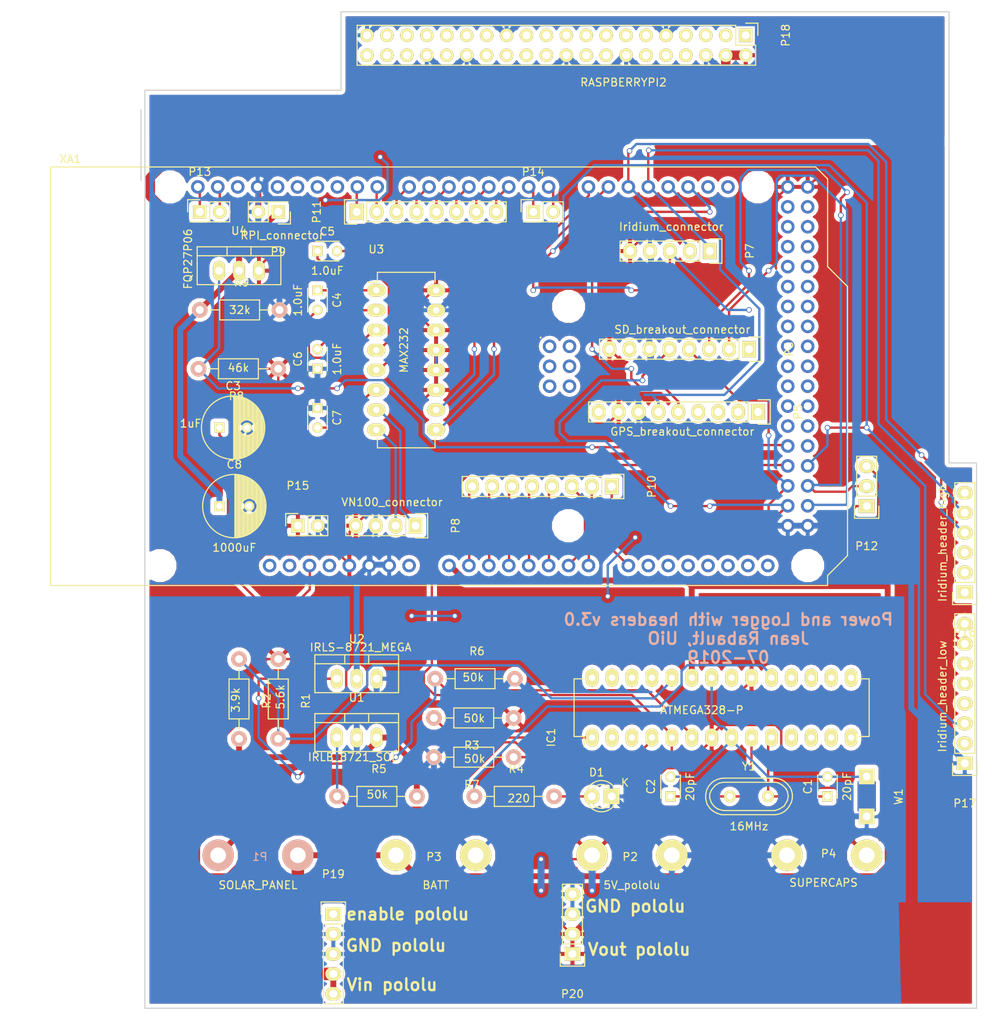
<source format=kicad_pcb>
(kicad_pcb (version 4) (host pcbnew 4.0.2+dfsg1-stable)
  (layers (0 F.Cu signal) (31 B.Cu signal hide) (34 B.Paste user hide) (35 F.Paste user hide) (36 B.SilkS user) (37 F.SilkS user) (38 B.Mask user) (39 F.Mask user) (44 Edge.Cuts user))
  (net 0 "")
  (net 1 "Net-(C1-Pad1)")
  (net 2 /Power_part/Ref_gnd)
  (net 3 "Net-(C2-Pad1)")
  (net 4 GND)
  (net 5 "Net-(C3-Pad1)")
  (net 6 "Net-(C4-Pad1)")
  (net 7 "Net-(C4-Pad2)")
  (net 8 "Net-(C5-Pad1)")
  (net 9 "Net-(C5-Pad2)")
  (net 10 "Net-(C6-Pad2)")
  (net 11 "Net-(C7-Pad2)")
  (net 12 "Net-(D1-Pad2)")
  (net 13 "Net-(IC1-Pad1)")
  (net 14 "Net-(IC1-Pad2)")
  (net 15 "Net-(IC1-Pad3)")
  (net 16 /Power_part/D3)
  (net 17 /Power_part/Feedback_Mega)
  (net 18 /Power_part/D5)
  (net 19 +5V)
  (net 20 "Net-(IC1-Pad11)")
  (net 21 "Net-(IC1-Pad12)")
  (net 22 "Net-(IC1-Pad13)")
  (net 23 "Net-(IC1-Pad14)")
  (net 24 "Net-(IC1-Pad15)")
  (net 25 "Net-(IC1-Pad16)")
  (net 26 "Net-(IC1-Pad17)")
  (net 27 "Net-(IC1-Pad18)")
  (net 28 "Net-(IC1-Pad19)")
  (net 29 "Net-(IC1-Pad21)")
  (net 30 /Power_part/Batt_plus)
  (net 31 /Power_part/A1)
  (net 32 "Net-(IC1-Pad25)")
  (net 33 "Net-(IC1-Pad26)")
  (net 34 "Net-(IC1-Pad27)")
  (net 35 "Net-(IC1-Pad28)")
  (net 36 /Power_part/MSFT_SOLAR_S)
  (net 37 "Net-(P5-Pad1)")
  (net 38 "Net-(P5-Pad2)")
  (net 39 "Net-(P5-Pad3)")
  (net 40 "Net-(P5-Pad4)")
  (net 41 /Logger_part/MEGA_RX_1)
  (net 42 /Logger_part/MEGA_TX_1)
  (net 43 "Net-(P5-Pad9)")
  (net 44 "Net-(P6-Pad1)")
  (net 45 /Logger_part/SS)
  (net 46 /Logger_part/MOSI)
  (net 47 /Logger_part/MISO)
  (net 48 /Logger_part/SCK)
  (net 49 "Net-(P6-Pad7)")
  (net 50 /Logger_part/IRD_RXC)
  (net 51 /Logger_part/IRD_TXD)
  (net 52 /Logger_part/IRD_ON_OFF)
  (net 53 /Logger_part/VN_YELLOW)
  (net 54 /Logger_part/VN_WHITE)
  (net 55 /Logger_part/ANALOG_1)
  (net 56 /Logger_part/ANALOG_2)
  (net 57 /Logger_part/ANALOG_3)
  (net 58 /Logger_part/ANALOG_4)
  (net 59 /Logger_part/ANALOG_5)
  (net 60 /Logger_part/ANALOG_6)
  (net 61 /Logger_part/ANALOG_7)
  (net 62 /Logger_part/ANALOG_8)
  (net 63 /Logger_part/DGTL_1)
  (net 64 /Logger_part/DGTL_2)
  (net 65 /Logger_part/DGTL_3)
  (net 66 /Logger_part/DGTL_4)
  (net 67 /Logger_part/DGTL_5)
  (net 68 /Logger_part/DGTL_6)
  (net 69 /Logger_part/DGTL_7)
  (net 70 /Logger_part/DGTL_8)
  (net 71 /Logger_part/SCL)
  (net 72 /Logger_part/SDA)
  (net 73 /Logger_part/TX0)
  (net 74 /Logger_part/RX0)
  (net 75 /Logger_part/RPI_control)
  (net 76 /Logger_part/RX3)
  (net 77 /Logger_part/TX3)
  (net 78 /Power_part/Mega_ground)
  (net 79 "Net-(XA1-PadRST2)")
  (net 80 "Net-(XA1-PadGND4)")
  (net 81 "Net-(XA1-PadMOSI)")
  (net 82 "Net-(XA1-PadSCK)")
  (net 83 "Net-(XA1-Pad5V2)")
  (net 84 "Net-(XA1-PadVIN)")
  (net 85 "Net-(XA1-Pad3V3)")
  (net 86 "Net-(XA1-PadIORF)")
  (net 87 "Net-(XA1-PadD21)")
  (net 88 "Net-(XA1-PadD20)")
  (net 89 "Net-(XA1-PadD10)")
  (net 90 "Net-(XA1-PadAREF)")
  (net 91 "Net-(XA1-PadD13)")
  (net 92 "Net-(XA1-PadD12)")
  (net 93 "Net-(XA1-PadD11)")
  (net 94 "Net-(XA1-PadA9)")
  (net 95 "Net-(XA1-PadA10)")
  (net 96 "Net-(XA1-PadA11)")
  (net 97 "Net-(XA1-PadA12)")
  (net 98 "Net-(XA1-PadA13)")
  (net 99 "Net-(XA1-PadA14)")
  (net 100 "Net-(XA1-PadA15)")
  (net 101 "Net-(XA1-PadD22)")
  (net 102 "Net-(XA1-PadD23)")
  (net 103 "Net-(XA1-PadD24)")
  (net 104 "Net-(XA1-PadD25)")
  (net 105 "Net-(XA1-PadD26)")
  (net 106 "Net-(XA1-PadD27)")
  (net 107 "Net-(XA1-PadD28)")
  (net 108 "Net-(XA1-PadD29)")
  (net 109 "Net-(XA1-PadD30)")
  (net 110 "Net-(XA1-PadD31)")
  (net 111 "Net-(XA1-PadD32)")
  (net 112 "Net-(XA1-PadD33)")
  (net 113 "Net-(XA1-PadD34)")
  (net 114 "Net-(XA1-PadD35)")
  (net 115 "Net-(XA1-PadD36)")
  (net 116 "Net-(XA1-PadD37)")
  (net 117 "Net-(XA1-PadD38)")
  (net 118 "Net-(XA1-PadD39)")
  (net 119 "Net-(XA1-PadD40)")
  (net 120 "Net-(XA1-PadD41)")
  (net 121 "Net-(XA1-PadD42)")
  (net 122 "Net-(XA1-PadD43)")
  (net 123 "Net-(XA1-PadD44)")
  (net 124 "Net-(XA1-PadD45)")
  (net 125 "Net-(XA1-PadD47)")
  (net 126 "Net-(XA1-PadMISO)")
  (net 127 /Logger_part/RPI_header/RPI_power_5V)
  (net 128 "Net-(P16-Pad1)")
  (net 129 "Net-(P16-Pad2)")
  (net 130 "Net-(P16-Pad3)")
  (net 131 "Net-(P16-Pad6)")
  (net 132 "Net-(P17-Pad2)")
  (net 133 "Net-(P17-Pad4)")
  (net 134 "Net-(P17-Pad5)")
  (net 135 "Net-(P17-Pad6)")
  (net 136 "Net-(P17-Pad8)")
  (net 137 "Net-(P18-Pad1)")
  (net 138 "Net-(P18-Pad3)")
  (net 139 "Net-(P18-Pad5)")
  (net 140 "Net-(P18-Pad7)")
  (net 141 "Net-(P18-Pad8)")
  (net 142 "Net-(P18-Pad10)")
  (net 143 "Net-(P18-Pad11)")
  (net 144 "Net-(P18-Pad12)")
  (net 145 "Net-(P18-Pad13)")
  (net 146 "Net-(P18-Pad15)")
  (net 147 "Net-(P18-Pad16)")
  (net 148 "Net-(P18-Pad17)")
  (net 149 "Net-(P18-Pad18)")
  (net 150 "Net-(P18-Pad19)")
  (net 151 "Net-(P18-Pad21)")
  (net 152 "Net-(P18-Pad22)")
  (net 153 "Net-(P18-Pad23)")
  (net 154 "Net-(P18-Pad24)")
  (net 155 "Net-(P18-Pad26)")
  (net 156 "Net-(P18-Pad27)")
  (net 157 "Net-(P18-Pad28)")
  (net 158 "Net-(P18-Pad29)")
  (net 159 "Net-(P18-Pad31)")
  (net 160 "Net-(P18-Pad32)")
  (net 161 "Net-(P18-Pad33)")
  (net 162 "Net-(P18-Pad35)")
  (net 163 "Net-(P18-Pad36)")
  (net 164 "Net-(P18-Pad37)")
  (net 165 "Net-(P18-Pad38)")
  (net 166 "Net-(P18-Pad40)")
  (net 167 /Power_part/enable_default_on)
  (module Arduino:Arduino_Mega2560_Shield (layer F.Cu) (at 148.46 105.12)
    (fp_text reference XA1 (at 2.54 -54.356) (layer F.SilkS))
    (fp_text value Arduino_Mega2560_Shield)
    (fp_text user . (at 62.484 -32.004) (layer F.SilkS))
    (pad RST2 thru_hole oval (at 63.627 -25.4) (size 1.7272 1.7272) (drill 1.016) (layers *.Cu *.Mask) (net 79 "Net-(XA1-PadRST2)"))
    (pad GND4 thru_hole oval (at 66.167 -25.4) (size 1.7272 1.7272) (drill 1.016) (layers *.Cu *.Mask) (net 80 "Net-(XA1-PadGND4)"))
    (pad MOSI thru_hole oval (at 66.167 -27.94) (size 1.7272 1.7272) (drill 1.016) (layers *.Cu *.Mask) (net 81 "Net-(XA1-PadMOSI)"))
    (pad SCK thru_hole oval (at 63.627 -27.94) (size 1.7272 1.7272) (drill 1.016) (layers *.Cu *.Mask) (net 82 "Net-(XA1-PadSCK)"))
    (pad 5V2 thru_hole oval (at 66.167 -30.48) (size 1.7272 1.7272) (drill 1.016) (layers *.Cu *.Mask) (net 83 "Net-(XA1-Pad5V2)"))
    (pad A0 thru_hole oval (at 50.8 -2.54) (size 1.7272 1.7272) (drill 1.016) (layers *.Cu *.Mask) (net 30 /Power_part/Batt_plus))
    (pad VIN thru_hole oval (at 45.72 -2.54) (size 1.7272 1.7272) (drill 1.016) (layers *.Cu *.Mask) (net 84 "Net-(XA1-PadVIN)"))
    (pad GND3 thru_hole oval (at 43.18 -2.54) (size 1.7272 1.7272) (drill 1.016) (layers *.Cu *.Mask) (net 78 /Power_part/Mega_ground))
    (pad GND2 thru_hole oval (at 40.64 -2.54) (size 1.7272 1.7272) (drill 1.016) (layers *.Cu *.Mask) (net 78 /Power_part/Mega_ground))
    (pad 5V1 thru_hole oval (at 38.1 -2.54) (size 1.7272 1.7272) (drill 1.016) (layers *.Cu *.Mask) (net 19 +5V))
    (pad 3V3 thru_hole oval (at 35.56 -2.54) (size 1.7272 1.7272) (drill 1.016) (layers *.Cu *.Mask) (net 85 "Net-(XA1-Pad3V3)"))
    (pad RST1 thru_hole oval (at 33.02 -2.54) (size 1.7272 1.7272) (drill 1.016) (layers *.Cu *.Mask) (net 5 "Net-(C3-Pad1)"))
    (pad IORF thru_hole oval (at 30.48 -2.54) (size 1.7272 1.7272) (drill 1.016) (layers *.Cu *.Mask) (net 86 "Net-(XA1-PadIORF)"))
    (pad D21 thru_hole oval (at 86.36 -50.8) (size 1.7272 1.7272) (drill 1.016) (layers *.Cu *.Mask) (net 87 "Net-(XA1-PadD21)"))
    (pad D20 thru_hole oval (at 83.82 -50.8) (size 1.7272 1.7272) (drill 1.016) (layers *.Cu *.Mask) (net 88 "Net-(XA1-PadD20)"))
    (pad D19 thru_hole oval (at 81.28 -50.8) (size 1.7272 1.7272) (drill 1.016) (layers *.Cu *.Mask) (net 41 /Logger_part/MEGA_RX_1))
    (pad D18 thru_hole oval (at 78.74 -50.8) (size 1.7272 1.7272) (drill 1.016) (layers *.Cu *.Mask) (net 42 /Logger_part/MEGA_TX_1))
    (pad D17 thru_hole oval (at 76.2 -50.8) (size 1.7272 1.7272) (drill 1.016) (layers *.Cu *.Mask) (net 50 /Logger_part/IRD_RXC))
    (pad D16 thru_hole oval (at 73.66 -50.8) (size 1.7272 1.7272) (drill 1.016) (layers *.Cu *.Mask) (net 51 /Logger_part/IRD_TXD))
    (pad D15 thru_hole oval (at 71.12 -50.8) (size 1.7272 1.7272) (drill 1.016) (layers *.Cu *.Mask) (net 76 /Logger_part/RX3))
    (pad D14 thru_hole oval (at 68.58 -50.8) (size 1.7272 1.7272) (drill 1.016) (layers *.Cu *.Mask) (net 77 /Logger_part/TX3))
    (pad D0 thru_hole oval (at 63.5 -50.8) (size 1.7272 1.7272) (drill 1.016) (layers *.Cu *.Mask) (net 74 /Logger_part/RX0))
    (pad D1 thru_hole oval (at 60.96 -50.8) (size 1.7272 1.7272) (drill 1.016) (layers *.Cu *.Mask) (net 73 /Logger_part/TX0))
    (pad D2 thru_hole oval (at 58.42 -50.8) (size 1.7272 1.7272) (drill 1.016) (layers *.Cu *.Mask) (net 70 /Logger_part/DGTL_8))
    (pad D3 thru_hole oval (at 55.88 -50.8) (size 1.7272 1.7272) (drill 1.016) (layers *.Cu *.Mask) (net 69 /Logger_part/DGTL_7))
    (pad D4 thru_hole oval (at 53.34 -50.8) (size 1.7272 1.7272) (drill 1.016) (layers *.Cu *.Mask) (net 68 /Logger_part/DGTL_6))
    (pad D5 thru_hole oval (at 50.8 -50.8) (size 1.7272 1.7272) (drill 1.016) (layers *.Cu *.Mask) (net 67 /Logger_part/DGTL_5))
    (pad D6 thru_hole oval (at 48.26 -50.8) (size 1.7272 1.7272) (drill 1.016) (layers *.Cu *.Mask) (net 66 /Logger_part/DGTL_4))
    (pad D7 thru_hole oval (at 45.72 -50.8) (size 1.7272 1.7272) (drill 1.016) (layers *.Cu *.Mask) (net 65 /Logger_part/DGTL_3))
    (pad GND1 thru_hole oval (at 26.416 -50.8) (size 1.7272 1.7272) (drill 1.016) (layers *.Cu *.Mask) (net 78 /Power_part/Mega_ground))
    (pad D8 thru_hole oval (at 41.656 -50.8) (size 1.7272 1.7272) (drill 1.016) (layers *.Cu *.Mask) (net 64 /Logger_part/DGTL_2))
    (pad D9 thru_hole oval (at 39.116 -50.8) (size 1.7272 1.7272) (drill 1.016) (layers *.Cu *.Mask) (net 63 /Logger_part/DGTL_1))
    (pad D10 thru_hole oval (at 36.576 -50.8) (size 1.7272 1.7272) (drill 1.016) (layers *.Cu *.Mask) (net 89 "Net-(XA1-PadD10)"))
    (pad "" np_thru_hole circle (at 66.04 -7.62) (size 3.2 3.2) (drill 3.2) (layers *.Cu *.Mask))
    (pad "" np_thru_hole circle (at 66.04 -35.56) (size 3.2 3.2) (drill 3.2) (layers *.Cu *.Mask))
    (pad "" np_thru_hole circle (at 90.17 -50.8) (size 3.2 3.2) (drill 3.2) (layers *.Cu *.Mask))
    (pad "" np_thru_hole circle (at 15.24 -50.8) (size 3.2 3.2) (drill 3.2) (layers *.Cu *.Mask))
    (pad "" np_thru_hole circle (at 96.52 -2.54) (size 3.2 3.2) (drill 3.2) (layers *.Cu *.Mask))
    (pad "" np_thru_hole circle (at 13.97 -2.54) (size 3.2 3.2) (drill 3.2) (layers *.Cu *.Mask))
    (pad SCL thru_hole oval (at 18.796 -50.8) (size 1.7272 1.7272) (drill 1.016) (layers *.Cu *.Mask) (net 71 /Logger_part/SCL))
    (pad SDA thru_hole oval (at 21.336 -50.8) (size 1.7272 1.7272) (drill 1.016) (layers *.Cu *.Mask) (net 72 /Logger_part/SDA))
    (pad AREF thru_hole oval (at 23.876 -50.8) (size 1.7272 1.7272) (drill 1.016) (layers *.Cu *.Mask) (net 90 "Net-(XA1-PadAREF)"))
    (pad D13 thru_hole oval (at 28.956 -50.8) (size 1.7272 1.7272) (drill 1.016) (layers *.Cu *.Mask) (net 91 "Net-(XA1-PadD13)"))
    (pad D12 thru_hole oval (at 31.496 -50.8) (size 1.7272 1.7272) (drill 1.016) (layers *.Cu *.Mask) (net 92 "Net-(XA1-PadD12)"))
    (pad D11 thru_hole oval (at 34.036 -50.8) (size 1.7272 1.7272) (drill 1.016) (layers *.Cu *.Mask) (net 93 "Net-(XA1-PadD11)"))
    (pad "" thru_hole oval (at 27.94 -2.54) (size 1.7272 1.7272) (drill 1.016) (layers *.Cu *.Mask))
    (pad A1 thru_hole oval (at 53.34 -2.54) (size 1.7272 1.7272) (drill 1.016) (layers *.Cu *.Mask) (net 62 /Logger_part/ANALOG_8))
    (pad A2 thru_hole oval (at 55.88 -2.54) (size 1.7272 1.7272) (drill 1.016) (layers *.Cu *.Mask) (net 61 /Logger_part/ANALOG_7))
    (pad A3 thru_hole oval (at 58.42 -2.54) (size 1.7272 1.7272) (drill 1.016) (layers *.Cu *.Mask) (net 60 /Logger_part/ANALOG_6))
    (pad A4 thru_hole oval (at 60.96 -2.54) (size 1.7272 1.7272) (drill 1.016) (layers *.Cu *.Mask) (net 59 /Logger_part/ANALOG_5))
    (pad A5 thru_hole oval (at 63.5 -2.54) (size 1.7272 1.7272) (drill 1.016) (layers *.Cu *.Mask) (net 58 /Logger_part/ANALOG_4))
    (pad A6 thru_hole oval (at 66.04 -2.54) (size 1.7272 1.7272) (drill 1.016) (layers *.Cu *.Mask) (net 57 /Logger_part/ANALOG_3))
    (pad A7 thru_hole oval (at 68.58 -2.54) (size 1.7272 1.7272) (drill 1.016) (layers *.Cu *.Mask) (net 56 /Logger_part/ANALOG_2))
    (pad A8 thru_hole oval (at 73.66 -2.54) (size 1.7272 1.7272) (drill 1.016) (layers *.Cu *.Mask) (net 55 /Logger_part/ANALOG_1))
    (pad A9 thru_hole oval (at 76.2 -2.54) (size 1.7272 1.7272) (drill 1.016) (layers *.Cu *.Mask) (net 94 "Net-(XA1-PadA9)"))
    (pad A10 thru_hole oval (at 78.74 -2.54) (size 1.7272 1.7272) (drill 1.016) (layers *.Cu *.Mask) (net 95 "Net-(XA1-PadA10)"))
    (pad A11 thru_hole oval (at 81.28 -2.54) (size 1.7272 1.7272) (drill 1.016) (layers *.Cu *.Mask) (net 96 "Net-(XA1-PadA11)"))
    (pad A12 thru_hole oval (at 83.82 -2.54) (size 1.7272 1.7272) (drill 1.016) (layers *.Cu *.Mask) (net 97 "Net-(XA1-PadA12)"))
    (pad A13 thru_hole oval (at 86.36 -2.54) (size 1.7272 1.7272) (drill 1.016) (layers *.Cu *.Mask) (net 98 "Net-(XA1-PadA13)"))
    (pad A14 thru_hole oval (at 88.9 -2.54) (size 1.7272 1.7272) (drill 1.016) (layers *.Cu *.Mask) (net 99 "Net-(XA1-PadA14)"))
    (pad A15 thru_hole oval (at 91.44 -2.54) (size 1.7272 1.7272) (drill 1.016) (layers *.Cu *.Mask) (net 100 "Net-(XA1-PadA15)"))
    (pad 5V3 thru_hole oval (at 93.98 -50.8) (size 1.7272 1.7272) (drill 1.016) (layers *.Cu *.Mask) (net 19 +5V))
    (pad 5V4 thru_hole oval (at 96.52 -50.8) (size 1.7272 1.7272) (drill 1.016) (layers *.Cu *.Mask) (net 19 +5V))
    (pad D22 thru_hole oval (at 93.98 -48.26) (size 1.7272 1.7272) (drill 1.016) (layers *.Cu *.Mask) (net 101 "Net-(XA1-PadD22)"))
    (pad D23 thru_hole oval (at 96.52 -48.26) (size 1.7272 1.7272) (drill 1.016) (layers *.Cu *.Mask) (net 102 "Net-(XA1-PadD23)"))
    (pad D24 thru_hole oval (at 93.98 -45.72) (size 1.7272 1.7272) (drill 1.016) (layers *.Cu *.Mask) (net 103 "Net-(XA1-PadD24)"))
    (pad D25 thru_hole oval (at 96.52 -45.72) (size 1.7272 1.7272) (drill 1.016) (layers *.Cu *.Mask) (net 104 "Net-(XA1-PadD25)"))
    (pad D26 thru_hole oval (at 93.98 -43.18) (size 1.7272 1.7272) (drill 1.016) (layers *.Cu *.Mask) (net 105 "Net-(XA1-PadD26)"))
    (pad D27 thru_hole oval (at 96.52 -43.18) (size 1.7272 1.7272) (drill 1.016) (layers *.Cu *.Mask) (net 106 "Net-(XA1-PadD27)"))
    (pad D28 thru_hole oval (at 93.98 -40.64) (size 1.7272 1.7272) (drill 1.016) (layers *.Cu *.Mask) (net 107 "Net-(XA1-PadD28)"))
    (pad D29 thru_hole oval (at 96.52 -40.64) (size 1.7272 1.7272) (drill 1.016) (layers *.Cu *.Mask) (net 108 "Net-(XA1-PadD29)"))
    (pad D30 thru_hole oval (at 93.98 -38.1) (size 1.7272 1.7272) (drill 1.016) (layers *.Cu *.Mask) (net 109 "Net-(XA1-PadD30)"))
    (pad D31 thru_hole oval (at 96.52 -38.1) (size 1.7272 1.7272) (drill 1.016) (layers *.Cu *.Mask) (net 110 "Net-(XA1-PadD31)"))
    (pad D32 thru_hole oval (at 93.98 -35.56) (size 1.7272 1.7272) (drill 1.016) (layers *.Cu *.Mask) (net 111 "Net-(XA1-PadD32)"))
    (pad D33 thru_hole oval (at 96.52 -35.56) (size 1.7272 1.7272) (drill 1.016) (layers *.Cu *.Mask) (net 112 "Net-(XA1-PadD33)"))
    (pad D34 thru_hole oval (at 93.98 -33.02) (size 1.7272 1.7272) (drill 1.016) (layers *.Cu *.Mask) (net 113 "Net-(XA1-PadD34)"))
    (pad D35 thru_hole oval (at 96.52 -33.02) (size 1.7272 1.7272) (drill 1.016) (layers *.Cu *.Mask) (net 114 "Net-(XA1-PadD35)"))
    (pad D36 thru_hole oval (at 93.98 -30.48) (size 1.7272 1.7272) (drill 1.016) (layers *.Cu *.Mask) (net 115 "Net-(XA1-PadD36)"))
    (pad D37 thru_hole oval (at 96.52 -30.48) (size 1.7272 1.7272) (drill 1.016) (layers *.Cu *.Mask) (net 116 "Net-(XA1-PadD37)"))
    (pad D38 thru_hole oval (at 93.98 -27.94) (size 1.7272 1.7272) (drill 1.016) (layers *.Cu *.Mask) (net 117 "Net-(XA1-PadD38)"))
    (pad D39 thru_hole oval (at 96.52 -27.94) (size 1.7272 1.7272) (drill 1.016) (layers *.Cu *.Mask) (net 118 "Net-(XA1-PadD39)"))
    (pad D40 thru_hole oval (at 93.98 -25.4) (size 1.7272 1.7272) (drill 1.016) (layers *.Cu *.Mask) (net 119 "Net-(XA1-PadD40)"))
    (pad D41 thru_hole oval (at 96.52 -25.4) (size 1.7272 1.7272) (drill 1.016) (layers *.Cu *.Mask) (net 120 "Net-(XA1-PadD41)"))
    (pad D42 thru_hole oval (at 93.98 -22.86) (size 1.7272 1.7272) (drill 1.016) (layers *.Cu *.Mask) (net 121 "Net-(XA1-PadD42)"))
    (pad D43 thru_hole oval (at 96.52 -22.86) (size 1.7272 1.7272) (drill 1.016) (layers *.Cu *.Mask) (net 122 "Net-(XA1-PadD43)"))
    (pad D44 thru_hole oval (at 93.98 -20.32) (size 1.7272 1.7272) (drill 1.016) (layers *.Cu *.Mask) (net 123 "Net-(XA1-PadD44)"))
    (pad D45 thru_hole oval (at 96.52 -20.32) (size 1.7272 1.7272) (drill 1.016) (layers *.Cu *.Mask) (net 124 "Net-(XA1-PadD45)"))
    (pad D46 thru_hole oval (at 93.98 -17.78) (size 1.7272 1.7272) (drill 1.016) (layers *.Cu *.Mask) (net 75 /Logger_part/RPI_control))
    (pad D47 thru_hole oval (at 96.52 -17.78) (size 1.7272 1.7272) (drill 1.016) (layers *.Cu *.Mask) (net 125 "Net-(XA1-PadD47)"))
    (pad D48 thru_hole oval (at 93.98 -15.24) (size 1.7272 1.7272) (drill 1.016) (layers *.Cu *.Mask) (net 17 /Power_part/Feedback_Mega))
    (pad D49 thru_hole oval (at 96.52 -15.24) (size 1.7272 1.7272) (drill 1.016) (layers *.Cu *.Mask) (net 52 /Logger_part/IRD_ON_OFF))
    (pad D50 thru_hole oval (at 93.98 -12.7) (size 1.7272 1.7272) (drill 1.016) (layers *.Cu *.Mask) (net 47 /Logger_part/MISO))
    (pad D51 thru_hole oval (at 96.52 -12.7) (size 1.7272 1.7272) (drill 1.016) (layers *.Cu *.Mask) (net 46 /Logger_part/MOSI))
    (pad D52 thru_hole oval (at 93.98 -10.16) (size 1.7272 1.7272) (drill 1.016) (layers *.Cu *.Mask) (net 48 /Logger_part/SCK))
    (pad D53 thru_hole oval (at 96.52 -10.16) (size 1.7272 1.7272) (drill 1.016) (layers *.Cu *.Mask) (net 45 /Logger_part/SS))
    (pad GND5 thru_hole oval (at 93.98 -7.62) (size 1.7272 1.7272) (drill 1.016) (layers *.Cu *.Mask) (net 78 /Power_part/Mega_ground))
    (pad GND6 thru_hole oval (at 96.52 -7.62) (size 1.7272 1.7272) (drill 1.016) (layers *.Cu *.Mask) (net 78 /Power_part/Mega_ground))
    (pad MISO thru_hole oval (at 63.627 -30.48) (size 1.7272 1.7272) (drill 1.016) (layers *.Cu *.Mask) (net 126 "Net-(XA1-PadMISO)"))
  )
  (module Capacitors_ThroughHole:C_Disc_D3_P2.5 (layer F.Cu) (at 247.5 132 90)
    (fp_text reference C1 (at 1.25 -2.5 90) (layer F.SilkS))
    (fp_text value 20pF (at 1.25 2.5 90) (layer F.SilkS))
    (pad 1 thru_hole rect (at 0 0 90) (size 1.3 1.3) (drill 0.8) (layers *.Cu *.Mask F.SilkS) (net 1 "Net-(C1-Pad1)"))
    (pad 2 thru_hole circle (at 2.5 0 90) (size 1.3 1.3) (drill 0.8001) (layers *.Cu *.Mask F.SilkS) (net 2 /Power_part/Ref_gnd))
  )
  (module Capacitors_ThroughHole:C_Disc_D3_P2.5 (layer F.Cu) (at 227.5 132 90)
    (fp_text reference C2 (at 1.25 -2.5 90) (layer F.SilkS))
    (fp_text value 20pF (at 1.25 2.5 90) (layer F.SilkS))
    (pad 1 thru_hole rect (at 0 0 90) (size 1.3 1.3) (drill 0.8) (layers *.Cu *.Mask F.SilkS) (net 3 "Net-(C2-Pad1)"))
    (pad 2 thru_hole circle (at 2.5 0 90) (size 1.3 1.3) (drill 0.8001) (layers *.Cu *.Mask F.SilkS) (net 2 /Power_part/Ref_gnd))
  )
  (module Capacitors_ThroughHole:C_Radial_D8_L11.5_P3.5 (layer F.Cu) (at 170 85)
    (fp_text reference C3 (at 1.75 -5.3) (layer F.SilkS))
    (fp_text value 1uF (at -3.675 -0.525) (layer F.SilkS))
    (pad 2 thru_hole circle (at 3.5 0) (size 1.3 1.3) (drill 0.8) (layers *.Cu *.Mask F.SilkS) (net 78 /Power_part/Mega_ground))
    (pad 1 thru_hole rect (at 0 0) (size 1.3 1.3) (drill 0.8) (layers *.Cu *.Mask F.SilkS) (net 5 "Net-(C3-Pad1)"))
  )
  (module Capacitors_ThroughHole:C_Disc_D3_P2.5 (layer F.Cu) (at 182.5 67.5 270)
    (fp_text reference C4 (at 1.25 -2.5 270) (layer F.SilkS))
    (fp_text value 1.0uF (at 1.25 2.5 270) (layer F.SilkS))
    (pad 1 thru_hole rect (at 0 0 270) (size 1.3 1.3) (drill 0.8) (layers *.Cu *.Mask F.SilkS) (net 6 "Net-(C4-Pad1)"))
    (pad 2 thru_hole circle (at 2.5 0 270) (size 1.3 1.3) (drill 0.8001) (layers *.Cu *.Mask F.SilkS) (net 7 "Net-(C4-Pad2)"))
  )
  (module Capacitors_ThroughHole:C_Disc_D3_P2.5 (layer F.Cu) (at 182.5 62.5)
    (fp_text reference C5 (at 1.25 -2.5) (layer F.SilkS))
    (fp_text value 1.0uF (at 1.25 2.5) (layer F.SilkS))
    (pad 1 thru_hole rect (at 0 0) (size 1.3 1.3) (drill 0.8) (layers *.Cu *.Mask F.SilkS) (net 8 "Net-(C5-Pad1)"))
    (pad 2 thru_hole circle (at 2.5 0) (size 1.3 1.3) (drill 0.8001) (layers *.Cu *.Mask F.SilkS) (net 9 "Net-(C5-Pad2)"))
  )
  (module Capacitors_ThroughHole:C_Disc_D3_P2.5 (layer F.Cu) (at 182.5 77.5 90)
    (fp_text reference C6 (at 1.25 -2.5 90) (layer F.SilkS))
    (fp_text value 1.0uF (at 1.25 2.5 90) (layer F.SilkS))
    (pad 1 thru_hole rect (at 0 0 90) (size 1.3 1.3) (drill 0.8) (layers *.Cu *.Mask F.SilkS) (net 78 /Power_part/Mega_ground))
    (pad 2 thru_hole circle (at 2.5 0 90) (size 1.3 1.3) (drill 0.8001) (layers *.Cu *.Mask F.SilkS) (net 10 "Net-(C6-Pad2)"))
  )
  (module Capacitors_ThroughHole:C_Disc_D3_P2.5 (layer F.Cu) (at 182.5 82.5 270)
    (fp_text reference C7 (at 1.25 -2.5 270) (layer F.SilkS))
    (fp_text value 1.0uF)
    (pad 1 thru_hole rect (at 0 0 270) (size 1.3 1.3) (drill 0.8) (layers *.Cu *.Mask F.SilkS) (net 78 /Power_part/Mega_ground))
    (pad 2 thru_hole circle (at 2.5 0 270) (size 1.3 1.3) (drill 0.8001) (layers *.Cu *.Mask F.SilkS) (net 11 "Net-(C7-Pad2)"))
  )
  (module Capacitors_ThroughHole:C_Radial_D8_L13_P3.8 (layer F.Cu) (at 170 95)
    (fp_text reference C8 (at 1.9 -5.3) (layer F.SilkS))
    (fp_text value 1000uF (at 1.9 5.3) (layer F.SilkS))
    (pad 1 thru_hole rect (at 0 0) (size 1.3 1.3) (drill 0.8) (layers *.Cu *.Mask F.SilkS) (net 127 /Logger_part/RPI_header/RPI_power_5V))
    (pad 2 thru_hole circle (at 3.8 0) (size 1.3 1.3) (drill 0.8) (layers *.Cu *.Mask F.SilkS) (net 78 /Power_part/Mega_ground))
  )
  (module LEDs:LED-3MM (layer F.Cu) (at 220 132 180)
    (fp_text reference D1 (at 1.91 3.06 180) (layer F.SilkS))
    (fp_text value LED)
    (fp_text user K (at -1.69 1.74 180) (layer F.SilkS))
    (pad 1 thru_hole rect (at 0 0 270) (size 2 2) (drill 1.00076) (layers *.Cu *.Mask F.SilkS) (net 4 GND))
    (pad 2 thru_hole circle (at 2.54 0 180) (size 2 2) (drill 1.00076) (layers *.Cu *.Mask F.SilkS) (net 12 "Net-(D1-Pad2)"))
  )
  (module Housings_DIP:DIP-28_W7.62mm_LongPads (layer F.Cu) (at 217.5 124.5 90)
    (fp_text reference IC1 (at 0 -5.22 90) (layer F.SilkS))
    (fp_text value ATMEGA328-P (at 3.5 14 180) (layer F.SilkS))
    (pad 1 thru_hole oval (at 0 0 90) (size 2.3 1.6) (drill 0.8) (layers *.Cu *.Mask F.SilkS) (net 13 "Net-(IC1-Pad1)"))
    (pad 2 thru_hole oval (at 0 2.54 90) (size 2.3 1.6) (drill 0.8) (layers *.Cu *.Mask F.SilkS) (net 14 "Net-(IC1-Pad2)"))
    (pad 3 thru_hole oval (at 0 5.08 90) (size 2.3 1.6) (drill 0.8) (layers *.Cu *.Mask F.SilkS) (net 15 "Net-(IC1-Pad3)"))
    (pad 4 thru_hole oval (at 0 7.62 90) (size 2.3 1.6) (drill 0.8) (layers *.Cu *.Mask F.SilkS) (net 16 /Power_part/D3))
    (pad 5 thru_hole oval (at 0 10.16 90) (size 2.3 1.6) (drill 0.8) (layers *.Cu *.Mask F.SilkS) (net 17 /Power_part/Feedback_Mega))
    (pad 6 thru_hole oval (at 0 12.7 90) (size 2.3 1.6) (drill 0.8) (layers *.Cu *.Mask F.SilkS) (net 18 /Power_part/D5))
    (pad 7 thru_hole oval (at 0 15.24 90) (size 2.3 1.6) (drill 0.8) (layers *.Cu *.Mask F.SilkS) (net 19 +5V))
    (pad 8 thru_hole oval (at 0 17.78 90) (size 2.3 1.6) (drill 0.8) (layers *.Cu *.Mask F.SilkS) (net 2 /Power_part/Ref_gnd))
    (pad 9 thru_hole oval (at 0 20.32 90) (size 2.3 1.6) (drill 0.8) (layers *.Cu *.Mask F.SilkS) (net 3 "Net-(C2-Pad1)"))
    (pad 10 thru_hole oval (at 0 22.86 90) (size 2.3 1.6) (drill 0.8) (layers *.Cu *.Mask F.SilkS) (net 1 "Net-(C1-Pad1)"))
    (pad 11 thru_hole oval (at 0 25.4 90) (size 2.3 1.6) (drill 0.8) (layers *.Cu *.Mask F.SilkS) (net 20 "Net-(IC1-Pad11)"))
    (pad 12 thru_hole oval (at 0 27.94 90) (size 2.3 1.6) (drill 0.8) (layers *.Cu *.Mask F.SilkS) (net 21 "Net-(IC1-Pad12)"))
    (pad 13 thru_hole oval (at 0 30.48 90) (size 2.3 1.6) (drill 0.8) (layers *.Cu *.Mask F.SilkS) (net 22 "Net-(IC1-Pad13)"))
    (pad 14 thru_hole oval (at 0 33.02 90) (size 2.3 1.6) (drill 0.8) (layers *.Cu *.Mask F.SilkS) (net 23 "Net-(IC1-Pad14)"))
    (pad 15 thru_hole oval (at 7.62 33.02 90) (size 2.3 1.6) (drill 0.8) (layers *.Cu *.Mask F.SilkS) (net 24 "Net-(IC1-Pad15)"))
    (pad 16 thru_hole oval (at 7.62 30.48 90) (size 2.3 1.6) (drill 0.8) (layers *.Cu *.Mask F.SilkS) (net 25 "Net-(IC1-Pad16)"))
    (pad 17 thru_hole oval (at 7.62 27.94 90) (size 2.3 1.6) (drill 0.8) (layers *.Cu *.Mask F.SilkS) (net 26 "Net-(IC1-Pad17)"))
    (pad 18 thru_hole oval (at 7.62 25.4 90) (size 2.3 1.6) (drill 0.8) (layers *.Cu *.Mask F.SilkS) (net 27 "Net-(IC1-Pad18)"))
    (pad 19 thru_hole oval (at 7.62 22.86 90) (size 2.3 1.6) (drill 0.8) (layers *.Cu *.Mask F.SilkS) (net 28 "Net-(IC1-Pad19)"))
    (pad 20 thru_hole oval (at 7.62 20.32 90) (size 2.3 1.6) (drill 0.8) (layers *.Cu *.Mask F.SilkS) (net 19 +5V))
    (pad 21 thru_hole oval (at 7.62 17.78 90) (size 2.3 1.6) (drill 0.8) (layers *.Cu *.Mask F.SilkS) (net 29 "Net-(IC1-Pad21)"))
    (pad 22 thru_hole oval (at 7.62 15.24 90) (size 2.3 1.6) (drill 0.8) (layers *.Cu *.Mask F.SilkS) (net 2 /Power_part/Ref_gnd))
    (pad 23 thru_hole oval (at 7.62 12.7 90) (size 2.3 1.6) (drill 0.8) (layers *.Cu *.Mask F.SilkS) (net 30 /Power_part/Batt_plus))
    (pad 24 thru_hole oval (at 7.62 10.16 90) (size 2.3 1.6) (drill 0.8) (layers *.Cu *.Mask F.SilkS) (net 31 /Power_part/A1))
    (pad 25 thru_hole oval (at 7.62 7.62 90) (size 2.3 1.6) (drill 0.8) (layers *.Cu *.Mask F.SilkS) (net 32 "Net-(IC1-Pad25)"))
    (pad 26 thru_hole oval (at 7.62 5.08 90) (size 2.3 1.6) (drill 0.8) (layers *.Cu *.Mask F.SilkS) (net 33 "Net-(IC1-Pad26)"))
    (pad 27 thru_hole oval (at 7.62 2.54 90) (size 2.3 1.6) (drill 0.8) (layers *.Cu *.Mask F.SilkS) (net 34 "Net-(IC1-Pad27)"))
    (pad 28 thru_hole oval (at 7.62 0 90) (size 2.3 1.6) (drill 0.8) (layers *.Cu *.Mask F.SilkS) (net 35 "Net-(IC1-Pad28)"))
  )
  (module Wire_Connections_Bridges:WireConnection_2.00mmDrill (layer B.Cu) (at 180 139.5 180)
    (fp_text reference P1 (at 4.8514 -0.2032 180) (layer B.SilkS) (effects (justify mirror)))
    (fp_text value SOLAR_PANEL (at 5.08 -3.81 180) (layer F.SilkS))
    (pad 1 thru_hole circle (at 0 0 180) (size 4.0005 4.0005) (drill 1.99898) (layers *.Cu *.Mask B.SilkS) (net 30 /Power_part/Batt_plus))
    (pad 2 thru_hole circle (at 10.16 0 180) (size 4.0005 4.0005) (drill 1.99898) (layers *.Cu *.Mask B.SilkS) (net 36 /Power_part/MSFT_SOLAR_S))
  )
  (module Wire_Connections_Bridges:WireConnection_2.00mmDrill (layer F.Cu) (at 217.5 139.5)
    (fp_text reference P2 (at 4.8514 0.2032) (layer F.SilkS))
    (fp_text value 5V_pololu (at 5.08 3.81) (layer F.SilkS))
    (pad 1 thru_hole circle (at 0 0) (size 4.0005 4.0005) (drill 1.99898) (layers *.Cu *.Mask F.SilkS) (net 19 +5V))
    (pad 2 thru_hole circle (at 10.16 0) (size 4.0005 4.0005) (drill 1.99898) (layers *.Cu *.Mask F.SilkS) (net 4 GND))
  )
  (module Wire_Connections_Bridges:WireConnection_2.00mmDrill (layer F.Cu) (at 192.5 139.5)
    (fp_text reference P3 (at 4.8514 0.2032) (layer F.SilkS))
    (fp_text value BATT (at 5.08 3.81) (layer F.SilkS))
    (pad 1 thru_hole circle (at 0 0) (size 4.0005 4.0005) (drill 1.99898) (layers *.Cu *.Mask F.SilkS) (net 30 /Power_part/Batt_plus))
    (pad 2 thru_hole circle (at 10.16 0) (size 4.0005 4.0005) (drill 1.99898) (layers *.Cu *.Mask F.SilkS) (net 4 GND))
  )
  (module Wire_Connections_Bridges:WireConnection_2.00mmDrill (layer F.Cu) (at 252.5 139.5 180)
    (fp_text reference P4 (at 4.8514 0.2032 180) (layer F.SilkS))
    (fp_text value SUPERCAPS (at 5.5 -3.5 180) (layer F.SilkS))
    (pad 1 thru_hole circle (at 0 0 180) (size 4.0005 4.0005) (drill 1.99898) (layers *.Cu *.Mask F.SilkS) (net 19 +5V))
    (pad 2 thru_hole circle (at 10.16 0 180) (size 4.0005 4.0005) (drill 1.99898) (layers *.Cu *.Mask F.SilkS) (net 4 GND))
  )
  (module Pin_Headers:Pin_Header_Straight_1x09 (layer F.Cu) (at 238.66 83 270)
    (fp_text reference P5 (at 0 -5.1 270) (layer F.SilkS))
    (fp_text value GPS_breakout_connector (at 2.5 9.66 360) (layer F.SilkS))
    (pad 1 thru_hole rect (at 0 0 270) (size 2.032 1.7272) (drill 1.016) (layers *.Cu *.Mask F.SilkS) (net 37 "Net-(P5-Pad1)"))
    (pad 2 thru_hole oval (at 0 2.54 270) (size 2.032 1.7272) (drill 1.016) (layers *.Cu *.Mask F.SilkS) (net 38 "Net-(P5-Pad2)"))
    (pad 3 thru_hole oval (at 0 5.08 270) (size 2.032 1.7272) (drill 1.016) (layers *.Cu *.Mask F.SilkS) (net 39 "Net-(P5-Pad3)"))
    (pad 4 thru_hole oval (at 0 7.62 270) (size 2.032 1.7272) (drill 1.016) (layers *.Cu *.Mask F.SilkS) (net 40 "Net-(P5-Pad4)"))
    (pad 5 thru_hole oval (at 0 10.16 270) (size 2.032 1.7272) (drill 1.016) (layers *.Cu *.Mask F.SilkS) (net 41 /Logger_part/MEGA_RX_1))
    (pad 6 thru_hole oval (at 0 12.7 270) (size 2.032 1.7272) (drill 1.016) (layers *.Cu *.Mask F.SilkS) (net 42 /Logger_part/MEGA_TX_1))
    (pad 7 thru_hole oval (at 0 15.24 270) (size 2.032 1.7272) (drill 1.016) (layers *.Cu *.Mask F.SilkS) (net 78 /Power_part/Mega_ground))
    (pad 8 thru_hole oval (at 0 17.78 270) (size 2.032 1.7272) (drill 1.016) (layers *.Cu *.Mask F.SilkS) (net 19 +5V))
    (pad 9 thru_hole oval (at 0 20.32 270) (size 2.032 1.7272) (drill 1.016) (layers *.Cu *.Mask F.SilkS) (net 43 "Net-(P5-Pad9)"))
  )
  (module Pin_Headers:Pin_Header_Straight_1x08 (layer F.Cu) (at 237.5 75 270)
    (fp_text reference P6 (at 0 -5.1 270) (layer F.SilkS))
    (fp_text value SD_breakout_connector (at -2.5 8.5 360) (layer F.SilkS))
    (pad 1 thru_hole rect (at 0 0 270) (size 2.032 1.7272) (drill 1.016) (layers *.Cu *.Mask F.SilkS) (net 44 "Net-(P6-Pad1)"))
    (pad 2 thru_hole oval (at 0 2.54 270) (size 2.032 1.7272) (drill 1.016) (layers *.Cu *.Mask F.SilkS) (net 45 /Logger_part/SS))
    (pad 3 thru_hole oval (at 0 5.08 270) (size 2.032 1.7272) (drill 1.016) (layers *.Cu *.Mask F.SilkS) (net 46 /Logger_part/MOSI))
    (pad 4 thru_hole oval (at 0 7.62 270) (size 2.032 1.7272) (drill 1.016) (layers *.Cu *.Mask F.SilkS) (net 47 /Logger_part/MISO))
    (pad 5 thru_hole oval (at 0 10.16 270) (size 2.032 1.7272) (drill 1.016) (layers *.Cu *.Mask F.SilkS) (net 48 /Logger_part/SCK))
    (pad 6 thru_hole oval (at 0 12.7 270) (size 2.032 1.7272) (drill 1.016) (layers *.Cu *.Mask F.SilkS) (net 78 /Power_part/Mega_ground))
    (pad 7 thru_hole oval (at 0 15.24 270) (size 2.032 1.7272) (drill 1.016) (layers *.Cu *.Mask F.SilkS) (net 49 "Net-(P6-Pad7)"))
    (pad 8 thru_hole oval (at 0 17.78 270) (size 2.032 1.7272) (drill 1.016) (layers *.Cu *.Mask F.SilkS) (net 19 +5V))
  )
  (module Pin_Headers:Pin_Header_Straight_1x05 (layer F.Cu) (at 232.5 62.5 270)
    (fp_text reference P7 (at 0 -5.1 270) (layer F.SilkS))
    (fp_text value Iridium_connector (at -3.1 4.9 360) (layer F.SilkS))
    (pad 1 thru_hole rect (at 0 0 270) (size 2.032 1.7272) (drill 1.016) (layers *.Cu *.Mask F.SilkS) (net 50 /Logger_part/IRD_RXC))
    (pad 2 thru_hole oval (at 0 2.54 270) (size 2.032 1.7272) (drill 1.016) (layers *.Cu *.Mask F.SilkS) (net 51 /Logger_part/IRD_TXD))
    (pad 3 thru_hole oval (at 0 5.08 270) (size 2.032 1.7272) (drill 1.016) (layers *.Cu *.Mask F.SilkS) (net 52 /Logger_part/IRD_ON_OFF))
    (pad 4 thru_hole oval (at 0 7.62 270) (size 2.032 1.7272) (drill 1.016) (layers *.Cu *.Mask F.SilkS) (net 78 /Power_part/Mega_ground))
    (pad 5 thru_hole oval (at 0 10.16 270) (size 2.032 1.7272) (drill 1.016) (layers *.Cu *.Mask F.SilkS) (net 19 +5V))
  )
  (module Pin_Headers:Pin_Header_Straight_1x04 (layer F.Cu) (at 195 97.5 270)
    (fp_text reference P8 (at 0 -5.1 270) (layer F.SilkS))
    (fp_text value VN100_connector (at -3 3 360) (layer F.SilkS))
    (pad 1 thru_hole rect (at 0 0 270) (size 2.032 1.7272) (drill 1.016) (layers *.Cu *.Mask F.SilkS) (net 53 /Logger_part/VN_YELLOW))
    (pad 2 thru_hole oval (at 0 2.54 270) (size 2.032 1.7272) (drill 1.016) (layers *.Cu *.Mask F.SilkS) (net 54 /Logger_part/VN_WHITE))
    (pad 3 thru_hole oval (at 0 5.08 270) (size 2.032 1.7272) (drill 1.016) (layers *.Cu *.Mask F.SilkS) (net 78 /Power_part/Mega_ground))
    (pad 4 thru_hole oval (at 0 7.62 270) (size 2.032 1.7272) (drill 1.016) (layers *.Cu *.Mask F.SilkS) (net 19 +5V))
  )
  (module Pin_Headers:Pin_Header_Straight_2x01 (layer F.Cu) (at 177.5 57.5 180)
    (fp_text reference P9 (at 0 -5.1 180) (layer F.SilkS))
    (fp_text value RPI_connector (at -0.5 -3 180) (layer F.SilkS))
    (pad 1 thru_hole rect (at 0 0 180) (size 1.7272 1.7272) (drill 1.016) (layers *.Cu *.Mask F.SilkS) (net 127 /Logger_part/RPI_header/RPI_power_5V))
    (pad 2 thru_hole oval (at 2.54 0 180) (size 1.7272 1.7272) (drill 1.016) (layers *.Cu *.Mask F.SilkS) (net 78 /Power_part/Mega_ground))
  )
  (module Pin_Headers:Pin_Header_Straight_1x08 (layer F.Cu) (at 220 92.5 270)
    (fp_text reference P10 (at 0 -5.1 270) (layer F.SilkS))
    (fp_text value CONN_01X08)
    (pad 1 thru_hole rect (at 0 0 270) (size 2.032 1.7272) (drill 1.016) (layers *.Cu *.Mask F.SilkS) (net 55 /Logger_part/ANALOG_1))
    (pad 2 thru_hole oval (at 0 2.54 270) (size 2.032 1.7272) (drill 1.016) (layers *.Cu *.Mask F.SilkS) (net 56 /Logger_part/ANALOG_2))
    (pad 3 thru_hole oval (at 0 5.08 270) (size 2.032 1.7272) (drill 1.016) (layers *.Cu *.Mask F.SilkS) (net 57 /Logger_part/ANALOG_3))
    (pad 4 thru_hole oval (at 0 7.62 270) (size 2.032 1.7272) (drill 1.016) (layers *.Cu *.Mask F.SilkS) (net 58 /Logger_part/ANALOG_4))
    (pad 5 thru_hole oval (at 0 10.16 270) (size 2.032 1.7272) (drill 1.016) (layers *.Cu *.Mask F.SilkS) (net 59 /Logger_part/ANALOG_5))
    (pad 6 thru_hole oval (at 0 12.7 270) (size 2.032 1.7272) (drill 1.016) (layers *.Cu *.Mask F.SilkS) (net 60 /Logger_part/ANALOG_6))
    (pad 7 thru_hole oval (at 0 15.24 270) (size 2.032 1.7272) (drill 1.016) (layers *.Cu *.Mask F.SilkS) (net 61 /Logger_part/ANALOG_7))
    (pad 8 thru_hole oval (at 0 17.78 270) (size 2.032 1.7272) (drill 1.016) (layers *.Cu *.Mask F.SilkS) (net 62 /Logger_part/ANALOG_8))
  )
  (module Pin_Headers:Pin_Header_Straight_1x08 (layer F.Cu) (at 187.5 57.5 90)
    (fp_text reference P11 (at 0 -5.1 90) (layer F.SilkS))
    (fp_text value CONN_01X08)
    (pad 1 thru_hole rect (at 0 0 90) (size 2.032 1.7272) (drill 1.016) (layers *.Cu *.Mask F.SilkS) (net 63 /Logger_part/DGTL_1))
    (pad 2 thru_hole oval (at 0 2.54 90) (size 2.032 1.7272) (drill 1.016) (layers *.Cu *.Mask F.SilkS) (net 64 /Logger_part/DGTL_2))
    (pad 3 thru_hole oval (at 0 5.08 90) (size 2.032 1.7272) (drill 1.016) (layers *.Cu *.Mask F.SilkS) (net 65 /Logger_part/DGTL_3))
    (pad 4 thru_hole oval (at 0 7.62 90) (size 2.032 1.7272) (drill 1.016) (layers *.Cu *.Mask F.SilkS) (net 66 /Logger_part/DGTL_4))
    (pad 5 thru_hole oval (at 0 10.16 90) (size 2.032 1.7272) (drill 1.016) (layers *.Cu *.Mask F.SilkS) (net 67 /Logger_part/DGTL_5))
    (pad 6 thru_hole oval (at 0 12.7 90) (size 2.032 1.7272) (drill 1.016) (layers *.Cu *.Mask F.SilkS) (net 68 /Logger_part/DGTL_6))
    (pad 7 thru_hole oval (at 0 15.24 90) (size 2.032 1.7272) (drill 1.016) (layers *.Cu *.Mask F.SilkS) (net 69 /Logger_part/DGTL_7))
    (pad 8 thru_hole oval (at 0 17.78 90) (size 2.032 1.7272) (drill 1.016) (layers *.Cu *.Mask F.SilkS) (net 70 /Logger_part/DGTL_8))
  )
  (module Pin_Headers:Pin_Header_Straight_1x03 (layer F.Cu) (at 252.5 95 180)
    (fp_text reference P12 (at 0 -5.1 180) (layer F.SilkS))
    (fp_text value CONN_01X03)
    (pad 1 thru_hole rect (at 0 0 180) (size 2.032 1.7272) (drill 1.016) (layers *.Cu *.Mask F.SilkS) (net 48 /Logger_part/SCK))
    (pad 2 thru_hole oval (at 0 2.54 180) (size 2.032 1.7272) (drill 1.016) (layers *.Cu *.Mask F.SilkS) (net 46 /Logger_part/MOSI))
    (pad 3 thru_hole oval (at 0 5.08 180) (size 2.032 1.7272) (drill 1.016) (layers *.Cu *.Mask F.SilkS) (net 47 /Logger_part/MISO))
  )
  (module Pin_Headers:Pin_Header_Straight_2x01 (layer F.Cu) (at 167.5 57.5)
    (fp_text reference P13 (at 0 -5.1) (layer F.SilkS))
    (fp_text value CONN_01X02)
    (pad 1 thru_hole rect (at 0 0) (size 1.7272 1.7272) (drill 1.016) (layers *.Cu *.Mask F.SilkS) (net 71 /Logger_part/SCL))
    (pad 2 thru_hole oval (at 2.54 0) (size 1.7272 1.7272) (drill 1.016) (layers *.Cu *.Mask F.SilkS) (net 72 /Logger_part/SDA))
  )
  (module Pin_Headers:Pin_Header_Straight_2x01 (layer F.Cu) (at 210 57.5)
    (fp_text reference P14 (at 0 -5.1) (layer F.SilkS))
    (fp_text value CONN_01X02)
    (pad 1 thru_hole rect (at 0 0) (size 1.7272 1.7272) (drill 1.016) (layers *.Cu *.Mask F.SilkS) (net 73 /Logger_part/TX0))
    (pad 2 thru_hole oval (at 2.54 0) (size 1.7272 1.7272) (drill 1.016) (layers *.Cu *.Mask F.SilkS) (net 74 /Logger_part/RX0))
  )
  (module Pin_Headers:Pin_Header_Straight_2x01 (layer F.Cu) (at 180 97.5)
    (fp_text reference P15 (at 0 -5.1) (layer F.SilkS))
    (fp_text value CONN_01X02)
    (pad 1 thru_hole rect (at 0 0) (size 1.7272 1.7272) (drill 1.016) (layers *.Cu *.Mask F.SilkS) (net 19 +5V))
    (pad 2 thru_hole oval (at 2.54 0) (size 1.7272 1.7272) (drill 1.016) (layers *.Cu *.Mask F.SilkS) (net 78 /Power_part/Mega_ground))
  )
  (module Resistors_ThroughHole:Resistor_Horizontal_RM10mm (layer F.Cu) (at 177.5 114.5 270)
    (fp_text reference R1 (at 5.32892 -3.50012 270) (layer F.SilkS))
    (fp_text value 5.6k (at 4.825 -0.275 270) (layer F.SilkS))
    (pad 1 thru_hole circle (at 0 0 270) (size 1.99898 1.99898) (drill 1.00076) (layers *.Cu *.SilkS *.Mask) (net 19 +5V))
    (pad 2 thru_hole circle (at 10.16 0 270) (size 1.99898 1.99898) (drill 1.00076) (layers *.Cu *.SilkS *.Mask) (net 31 /Power_part/A1))
  )
  (module Resistors_ThroughHole:Resistor_Horizontal_RM10mm (layer F.Cu) (at 172.5 114.5 270)
    (fp_text reference R2 (at 5.32892 -3.50012 270) (layer F.SilkS))
    (fp_text value 3.9k (at 5.225 0.425 270) (layer F.SilkS))
    (pad 1 thru_hole circle (at 0 0 270) (size 1.99898 1.99898) (drill 1.00076) (layers *.Cu *.SilkS *.Mask) (net 31 /Power_part/A1))
    (pad 2 thru_hole circle (at 10.16 0 270) (size 1.99898 1.99898) (drill 1.00076) (layers *.Cu *.SilkS *.Mask) (net 36 /Power_part/MSFT_SOLAR_S))
  )
  (module Resistors_ThroughHole:Resistor_Horizontal_RM10mm (layer F.Cu) (at 207.5 122 180)
    (fp_text reference R3 (at 5.32892 -3.50012 180) (layer F.SilkS))
    (fp_text value 50k (at 5.15 5.175 180) (layer F.SilkS))
    (pad 1 thru_hole circle (at 0 0 180) (size 1.99898 1.99898) (drill 1.00076) (layers *.Cu *.SilkS *.Mask) (net 19 +5V))
    (pad 2 thru_hole circle (at 10.16 0 180) (size 1.99898 1.99898) (drill 1.00076) (layers *.Cu *.SilkS *.Mask) (net 13 "Net-(IC1-Pad1)"))
  )
  (module Resistors_ThroughHole:Resistor_Horizontal_RM10mm (layer F.Cu) (at 202.5 132)
    (fp_text reference R4 (at 5.32892 -3.50012) (layer F.SilkS))
    (fp_text value 220 (at 5.65 0.25) (layer F.SilkS))
    (pad 1 thru_hole circle (at 0 0) (size 1.99898 1.99898) (drill 1.00076) (layers *.Cu *.SilkS *.Mask) (net 28 "Net-(IC1-Pad19)"))
    (pad 2 thru_hole circle (at 10.16 0) (size 1.99898 1.99898) (drill 1.00076) (layers *.Cu *.SilkS *.Mask) (net 12 "Net-(D1-Pad2)"))
  )
  (module Resistors_ThroughHole:Resistor_Horizontal_RM10mm (layer F.Cu) (at 185 132)
    (fp_text reference R5 (at 5.32892 -3.50012) (layer F.SilkS))
    (fp_text value 50k (at 5.125 -0.25) (layer F.SilkS))
    (pad 1 thru_hole circle (at 0 0) (size 1.99898 1.99898) (drill 1.00076) (layers *.Cu *.SilkS *.Mask) (net 16 /Power_part/D3))
    (pad 2 thru_hole circle (at 10.16 0) (size 1.99898 1.99898) (drill 1.00076) (layers *.Cu *.SilkS *.Mask) (net 36 /Power_part/MSFT_SOLAR_S))
  )
  (module Resistors_ThroughHole:Resistor_Horizontal_RM10mm (layer F.Cu) (at 197.5 117)
    (fp_text reference R6 (at 5.32892 -3.50012) (layer F.SilkS))
    (fp_text value 50k (at 4.975 5.05) (layer F.SilkS))
    (pad 1 thru_hole circle (at 0 0) (size 1.99898 1.99898) (drill 1.00076) (layers *.Cu *.SilkS *.Mask) (net 18 /Power_part/D5))
    (pad 2 thru_hole circle (at 10.16 0) (size 1.99898 1.99898) (drill 1.00076) (layers *.Cu *.SilkS *.Mask) (net 4 GND))
  )
  (module Resistors_ThroughHole:Resistor_Horizontal_RM10mm (layer F.Cu) (at 207.5 127 180)
    (fp_text reference R7 (at 5.32892 -3.50012 180) (layer F.SilkS))
    (fp_text value 50k (at 4.975 -0.2 180) (layer F.SilkS))
    (pad 1 thru_hole circle (at 0 0 180) (size 1.99898 1.99898) (drill 1.00076) (layers *.Cu *.SilkS *.Mask) (net 17 /Power_part/Feedback_Mega))
    (pad 2 thru_hole circle (at 10.16 0 180) (size 1.99898 1.99898) (drill 1.00076) (layers *.Cu *.SilkS *.Mask) (net 4 GND))
  )
  (module Resistors_ThroughHole:Resistor_Horizontal_RM10mm (layer F.Cu) (at 177.5 77.5 180)
    (fp_text reference R8 (at 5.32892 -3.50012 180) (layer F.SilkS))
    (fp_text value 46k (at 5.075 0.125 180) (layer F.SilkS))
    (pad 1 thru_hole circle (at 0 0 180) (size 1.99898 1.99898) (drill 1.00076) (layers *.Cu *.SilkS *.Mask) (net 19 +5V))
    (pad 2 thru_hole circle (at 10.16 0 180) (size 1.99898 1.99898) (drill 1.00076) (layers *.Cu *.SilkS *.Mask) (net 75 /Logger_part/RPI_control))
  )
  (module Resistors_ThroughHole:Resistor_Horizontal_RM10mm (layer F.Cu) (at 167.5 70)
    (fp_text reference R9 (at 5.32892 -3.50012) (layer F.SilkS))
    (fp_text value 32k (at 5.1 0) (layer F.SilkS))
    (pad 1 thru_hole circle (at 0 0) (size 1.99898 1.99898) (drill 1.00076) (layers *.Cu *.SilkS *.Mask) (net 127 /Logger_part/RPI_header/RPI_power_5V))
    (pad 2 thru_hole circle (at 10.16 0) (size 1.99898 1.99898) (drill 1.00076) (layers *.Cu *.SilkS *.Mask) (net 78 /Power_part/Mega_ground))
  )
  (module TO_SOT_Packages_THT:TO-220_Neutral123_Vertical (layer F.Cu) (at 187.5 124.5)
    (fp_text reference U1 (at 0 -5.08) (layer F.SilkS))
    (fp_text value IRLB_8721_SOL (at -0.5 2.5) (layer F.SilkS))
    (pad 2 thru_hole oval (at 0 0 90) (size 2.49936 1.50114) (drill 1.00076) (layers *.Cu *.Mask F.SilkS) (net 4 GND))
    (pad 1 thru_hole oval (at -2.54 0 90) (size 2.49936 1.50114) (drill 1.00076) (layers *.Cu *.Mask F.SilkS) (net 16 /Power_part/D3))
    (pad 3 thru_hole oval (at 2.54 0 90) (size 2.49936 1.50114) (drill 1.00076) (layers *.Cu *.Mask F.SilkS) (net 36 /Power_part/MSFT_SOLAR_S))
  )
  (module TO_SOT_Packages_THT:TO-220_Neutral123_Vertical (layer F.Cu) (at 187.5 117)
    (fp_text reference U2 (at 0 -5.08) (layer F.SilkS))
    (fp_text value IRLS-8721_MEGA (at 0.5 -4) (layer F.SilkS))
    (pad 2 thru_hole oval (at 0 0 90) (size 2.49936 1.50114) (drill 1.00076) (layers *.Cu *.Mask F.SilkS) (net 78 /Power_part/Mega_ground))
    (pad 1 thru_hole oval (at -2.54 0 90) (size 2.49936 1.50114) (drill 1.00076) (layers *.Cu *.Mask F.SilkS) (net 18 /Power_part/D5))
    (pad 3 thru_hole oval (at 2.54 0 90) (size 2.49936 1.50114) (drill 1.00076) (layers *.Cu *.Mask F.SilkS) (net 4 GND))
  )
  (module Housings_DIP:DIP-16_W7.62mm_LongPads (layer F.Cu) (at 190 67.5)
    (fp_text reference U3 (at 0 -5.22) (layer F.SilkS))
    (fp_text value MAX232 (at 3.525 7.625 90) (layer F.SilkS))
    (pad 1 thru_hole oval (at 0 0) (size 2.3 1.6) (drill 0.8) (layers *.Cu *.Mask F.SilkS) (net 6 "Net-(C4-Pad1)"))
    (pad 2 thru_hole oval (at 0 2.54) (size 2.3 1.6) (drill 0.8) (layers *.Cu *.Mask F.SilkS) (net 10 "Net-(C6-Pad2)"))
    (pad 3 thru_hole oval (at 0 5.08) (size 2.3 1.6) (drill 0.8) (layers *.Cu *.Mask F.SilkS) (net 7 "Net-(C4-Pad2)"))
    (pad 4 thru_hole oval (at 0 7.62) (size 2.3 1.6) (drill 0.8) (layers *.Cu *.Mask F.SilkS) (net 8 "Net-(C5-Pad1)"))
    (pad 5 thru_hole oval (at 0 10.16) (size 2.3 1.6) (drill 0.8) (layers *.Cu *.Mask F.SilkS) (net 9 "Net-(C5-Pad2)"))
    (pad 6 thru_hole oval (at 0 12.7) (size 2.3 1.6) (drill 0.8) (layers *.Cu *.Mask F.SilkS) (net 11 "Net-(C7-Pad2)"))
    (pad 7 thru_hole oval (at 0 15.24) (size 2.3 1.6) (drill 0.8) (layers *.Cu *.Mask F.SilkS) (net 53 /Logger_part/VN_YELLOW))
    (pad 8 thru_hole oval (at 0 17.78) (size 2.3 1.6) (drill 0.8) (layers *.Cu *.Mask F.SilkS) (net 54 /Logger_part/VN_WHITE))
    (pad 9 thru_hole oval (at 7.62 17.78) (size 2.3 1.6) (drill 0.8) (layers *.Cu *.Mask F.SilkS) (net 76 /Logger_part/RX3))
    (pad 10 thru_hole oval (at 7.62 15.24) (size 2.3 1.6) (drill 0.8) (layers *.Cu *.Mask F.SilkS) (net 77 /Logger_part/TX3))
    (pad 11 thru_hole oval (at 7.62 12.7) (size 2.3 1.6) (drill 0.8) (layers *.Cu *.Mask F.SilkS) (net 19 +5V))
    (pad 12 thru_hole oval (at 7.62 10.16) (size 2.3 1.6) (drill 0.8) (layers *.Cu *.Mask F.SilkS) (net 19 +5V))
    (pad 13 thru_hole oval (at 7.62 7.62) (size 2.3 1.6) (drill 0.8) (layers *.Cu *.Mask F.SilkS) (net 19 +5V))
    (pad 14 thru_hole oval (at 7.62 5.08) (size 2.3 1.6) (drill 0.8) (layers *.Cu *.Mask F.SilkS) (net 19 +5V))
    (pad 15 thru_hole oval (at 7.62 2.54) (size 2.3 1.6) (drill 0.8) (layers *.Cu *.Mask F.SilkS) (net 78 /Power_part/Mega_ground))
    (pad 16 thru_hole oval (at 7.62 0) (size 2.3 1.6) (drill 0.8) (layers *.Cu *.Mask F.SilkS) (net 19 +5V))
  )
  (module TO_SOT_Packages_THT:TO-220_Neutral123_Vertical (layer F.Cu) (at 172.5 65)
    (fp_text reference U4 (at 0 -5.08) (layer F.SilkS))
    (fp_text value FQP27P06 (at -6.5 -1.5 90) (layer F.SilkS))
    (pad 2 thru_hole oval (at 0 0 90) (size 2.49936 1.50114) (drill 1.00076) (layers *.Cu *.Mask F.SilkS) (net 127 /Logger_part/RPI_header/RPI_power_5V))
    (pad 1 thru_hole oval (at -2.54 0 90) (size 2.49936 1.50114) (drill 1.00076) (layers *.Cu *.Mask F.SilkS) (net 75 /Logger_part/RPI_control))
    (pad 3 thru_hole oval (at 2.54 0 90) (size 2.49936 1.50114) (drill 1.00076) (layers *.Cu *.Mask F.SilkS) (net 19 +5V))
  )
  (module Crystals:Crystal_HC49-U_Vertical (layer F.Cu) (at 237.5 132)
    (fp_text reference Y1 (at 0 -3.81) (layer F.SilkS))
    (fp_text value 16MHz (at 0 3.81) (layer F.SilkS))
    (pad 1 thru_hole circle (at -2.44094 0) (size 1.50114 1.50114) (drill 0.8001) (layers *.Cu *.Mask F.SilkS) (net 3 "Net-(C2-Pad1)"))
    (pad 2 thru_hole circle (at 2.44094 0) (size 1.50114 1.50114) (drill 0.8001) (layers *.Cu *.Mask F.SilkS) (net 1 "Net-(C1-Pad1)"))
  )
  (module Oddities:NetTie-I_Connected (layer F.Cu) (at 252.5 132 90)
    (fp_text reference W1 (at -0.04064 4.06908 90) (layer F.SilkS))
    (fp_text value NET-TIE)
    (fp_line (start 1.778 1.016) (end -1.778 1.016) (layer B.Cu) (width 0.3048))
    (fp_line (start -1.778 1.016) (end -1.778 0.762) (layer B.Cu) (width 0.3048))
    (fp_line (start -1.778 0.762) (end 1.778 0.762) (layer B.Cu) (width 0.3048))
    (fp_line (start 1.778 0.762) (end 1.778 0.508) (layer B.Cu) (width 0.3048))
    (fp_line (start 1.778 0.508) (end -1.778 0.508) (layer B.Cu) (width 0.3048))
    (fp_line (start -1.778 0.508) (end -1.778 0.254) (layer B.Cu) (width 0.3048))
    (fp_line (start -1.778 0.254) (end 1.778 0.254) (layer B.Cu) (width 0.3048))
    (fp_line (start 1.778 0.254) (end 1.778 0) (layer B.Cu) (width 0.3048))
    (fp_line (start 1.778 0) (end -1.778 0) (layer B.Cu) (width 0.3048))
    (fp_line (start -1.778 0) (end -1.778 -0.254) (layer B.Cu) (width 0.3048))
    (fp_line (start -1.778 -0.254) (end 1.778 -0.254) (layer B.Cu) (width 0.3048))
    (fp_line (start 1.778 -0.254) (end 1.778 -0.508) (layer B.Cu) (width 0.3048))
    (fp_line (start 1.778 -0.508) (end -1.778 -0.508) (layer B.Cu) (width 0.3048))
    (fp_line (start -1.778 -0.508) (end -1.778 -0.762) (layer B.Cu) (width 0.3048))
    (fp_line (start -1.778 -0.762) (end 1.778 -0.762) (layer B.Cu) (width 0.3048))
    (fp_line (start 1.778 -0.762) (end 1.778 -1.016) (layer B.Cu) (width 0.3048))
    (fp_line (start 1.778 -1.016) (end -1.778 -1.016) (layer B.Cu) (width 0.3048))
    (fp_line (start 1.778 -1.016) (end -1.778 -1.016) (layer F.Cu) (width 0.3048))
    (fp_line (start -1.778 -0.762) (end 1.778 -0.762) (layer F.Cu) (width 0.3048))
    (fp_line (start 1.778 -0.508) (end -1.778 -0.508) (layer F.Cu) (width 0.3048))
    (fp_line (start -1.778 -0.254) (end 1.778 -0.254) (layer F.Cu) (width 0.3048))
    (fp_line (start 1.778 0) (end -1.778 0) (layer F.Cu) (width 0.3048))
    (fp_line (start -1.778 0.254) (end 1.778 0.254) (layer F.Cu) (width 0.3048))
    (fp_line (start 1.778 0.508) (end -1.778 0.508) (layer F.Cu) (width 0.3048))
    (fp_line (start -1.778 0.762) (end 1.778 0.762) (layer F.Cu) (width 0.3048))
    (fp_line (start 1.778 1.016) (end -1.778 1.016) (layer F.Cu) (width 0.3048))
    (pad 1 thru_hole rect (at -2.54 0 90) (size 1.99898 1.99898) (drill 1.00076) (layers *.Cu *.Mask F.SilkS) (net 4 GND))
    (pad 2 thru_hole rect (at 2.54 0 90) (size 1.99898 1.99898) (drill 1.00076) (layers *.Cu *.Mask F.SilkS) (net 2 /Power_part/Ref_gnd))
  )
  (module Pin_Headers:Pin_Header_Straight_1x06 (layer F.Cu) (at 265 106 180)
    (fp_text reference P16 (at 0 -5.1 180) (layer F.SilkS))
    (fp_text value Iridium_header_high (at 2.825 6.275 270) (layer F.SilkS))
    (pad 1 thru_hole rect (at 0 0 180) (size 2.032 1.7272) (drill 1.016) (layers *.Cu *.Mask F.SilkS) (net 128 "Net-(P16-Pad1)"))
    (pad 2 thru_hole oval (at 0 2.54 180) (size 2.032 1.7272) (drill 1.016) (layers *.Cu *.Mask F.SilkS) (net 129 "Net-(P16-Pad2)"))
    (pad 3 thru_hole oval (at 0 5.08 180) (size 2.032 1.7272) (drill 1.016) (layers *.Cu *.Mask F.SilkS) (net 130 "Net-(P16-Pad3)"))
    (pad 4 thru_hole oval (at 0 7.62 180) (size 2.032 1.7272) (drill 1.016) (layers *.Cu *.Mask F.SilkS) (net 51 /Logger_part/IRD_TXD))
    (pad 5 thru_hole oval (at 0 10.16 180) (size 2.032 1.7272) (drill 1.016) (layers *.Cu *.Mask F.SilkS) (net 50 /Logger_part/IRD_RXC))
    (pad 6 thru_hole oval (at 0 12.7 180) (size 2.032 1.7272) (drill 1.016) (layers *.Cu *.Mask F.SilkS) (net 131 "Net-(P16-Pad6)"))
  )
  (module Pin_Headers:Pin_Header_Straight_1x08 (layer F.Cu) (at 265 127.78 180)
    (fp_text reference P17 (at 0 -5.1 180) (layer F.SilkS))
    (fp_text value Iridium_header_low (at 2.85 8.53 270) (layer F.SilkS))
    (pad 1 thru_hole rect (at 0 0 180) (size 2.032 1.7272) (drill 1.016) (layers *.Cu *.Mask F.SilkS) (net 78 /Power_part/Mega_ground))
    (pad 2 thru_hole oval (at 0 2.54 180) (size 2.032 1.7272) (drill 1.016) (layers *.Cu *.Mask F.SilkS) (net 132 "Net-(P17-Pad2)"))
    (pad 3 thru_hole oval (at 0 5.08 180) (size 2.032 1.7272) (drill 1.016) (layers *.Cu *.Mask F.SilkS) (net 52 /Logger_part/IRD_ON_OFF))
    (pad 4 thru_hole oval (at 0 7.62 180) (size 2.032 1.7272) (drill 1.016) (layers *.Cu *.Mask F.SilkS) (net 133 "Net-(P17-Pad4)"))
    (pad 5 thru_hole oval (at 0 10.16 180) (size 2.032 1.7272) (drill 1.016) (layers *.Cu *.Mask F.SilkS) (net 134 "Net-(P17-Pad5)"))
    (pad 6 thru_hole oval (at 0 12.7 180) (size 2.032 1.7272) (drill 1.016) (layers *.Cu *.Mask F.SilkS) (net 135 "Net-(P17-Pad6)"))
    (pad 7 thru_hole oval (at 0 15.24 180) (size 2.032 1.7272) (drill 1.016) (layers *.Cu *.Mask F.SilkS) (net 19 +5V))
    (pad 8 thru_hole oval (at 0 17.78 180) (size 2.032 1.7272) (drill 1.016) (layers *.Cu *.Mask F.SilkS) (net 136 "Net-(P17-Pad8)"))
  )
  (module Pin_Headers:Pin_Header_Straight_2x20 (layer F.Cu) (at 237.08 35 270)
    (fp_text reference P18 (at 0 -5.1 270) (layer F.SilkS))
    (fp_text value RASPBERRYPI2 (at 6 15.58 360) (layer F.SilkS))
    (pad 1 thru_hole rect (at 0 0 270) (size 1.7272 1.7272) (drill 1.016) (layers *.Cu *.Mask F.SilkS) (net 137 "Net-(P18-Pad1)"))
    (pad 2 thru_hole oval (at 2.54 0 270) (size 1.7272 1.7272) (drill 1.016) (layers *.Cu *.Mask F.SilkS) (net 127 /Logger_part/RPI_header/RPI_power_5V))
    (pad 3 thru_hole oval (at 0 2.54 270) (size 1.7272 1.7272) (drill 1.016) (layers *.Cu *.Mask F.SilkS) (net 138 "Net-(P18-Pad3)"))
    (pad 4 thru_hole oval (at 2.54 2.54 270) (size 1.7272 1.7272) (drill 1.016) (layers *.Cu *.Mask F.SilkS) (net 127 /Logger_part/RPI_header/RPI_power_5V))
    (pad 5 thru_hole oval (at 0 5.08 270) (size 1.7272 1.7272) (drill 1.016) (layers *.Cu *.Mask F.SilkS) (net 139 "Net-(P18-Pad5)"))
    (pad 6 thru_hole oval (at 2.54 5.08 270) (size 1.7272 1.7272) (drill 1.016) (layers *.Cu *.Mask F.SilkS) (net 78 /Power_part/Mega_ground))
    (pad 7 thru_hole oval (at 0 7.62 270) (size 1.7272 1.7272) (drill 1.016) (layers *.Cu *.Mask F.SilkS) (net 140 "Net-(P18-Pad7)"))
    (pad 8 thru_hole oval (at 2.54 7.62 270) (size 1.7272 1.7272) (drill 1.016) (layers *.Cu *.Mask F.SilkS) (net 141 "Net-(P18-Pad8)"))
    (pad 9 thru_hole oval (at 0 10.16 270) (size 1.7272 1.7272) (drill 1.016) (layers *.Cu *.Mask F.SilkS) (net 78 /Power_part/Mega_ground))
    (pad 10 thru_hole oval (at 2.54 10.16 270) (size 1.7272 1.7272) (drill 1.016) (layers *.Cu *.Mask F.SilkS) (net 142 "Net-(P18-Pad10)"))
    (pad 11 thru_hole oval (at 0 12.7 270) (size 1.7272 1.7272) (drill 1.016) (layers *.Cu *.Mask F.SilkS) (net 143 "Net-(P18-Pad11)"))
    (pad 12 thru_hole oval (at 2.54 12.7 270) (size 1.7272 1.7272) (drill 1.016) (layers *.Cu *.Mask F.SilkS) (net 144 "Net-(P18-Pad12)"))
    (pad 13 thru_hole oval (at 0 15.24 270) (size 1.7272 1.7272) (drill 1.016) (layers *.Cu *.Mask F.SilkS) (net 145 "Net-(P18-Pad13)"))
    (pad 14 thru_hole oval (at 2.54 15.24 270) (size 1.7272 1.7272) (drill 1.016) (layers *.Cu *.Mask F.SilkS) (net 78 /Power_part/Mega_ground))
    (pad 15 thru_hole oval (at 0 17.78 270) (size 1.7272 1.7272) (drill 1.016) (layers *.Cu *.Mask F.SilkS) (net 146 "Net-(P18-Pad15)"))
    (pad 16 thru_hole oval (at 2.54 17.78 270) (size 1.7272 1.7272) (drill 1.016) (layers *.Cu *.Mask F.SilkS) (net 147 "Net-(P18-Pad16)"))
    (pad 17 thru_hole oval (at 0 20.32 270) (size 1.7272 1.7272) (drill 1.016) (layers *.Cu *.Mask F.SilkS) (net 148 "Net-(P18-Pad17)"))
    (pad 18 thru_hole oval (at 2.54 20.32 270) (size 1.7272 1.7272) (drill 1.016) (layers *.Cu *.Mask F.SilkS) (net 149 "Net-(P18-Pad18)"))
    (pad 19 thru_hole oval (at 0 22.86 270) (size 1.7272 1.7272) (drill 1.016) (layers *.Cu *.Mask F.SilkS) (net 150 "Net-(P18-Pad19)"))
    (pad 20 thru_hole oval (at 2.54 22.86 270) (size 1.7272 1.7272) (drill 1.016) (layers *.Cu *.Mask F.SilkS) (net 78 /Power_part/Mega_ground))
    (pad 21 thru_hole oval (at 0 25.4 270) (size 1.7272 1.7272) (drill 1.016) (layers *.Cu *.Mask F.SilkS) (net 151 "Net-(P18-Pad21)"))
    (pad 22 thru_hole oval (at 2.54 25.4 270) (size 1.7272 1.7272) (drill 1.016) (layers *.Cu *.Mask F.SilkS) (net 152 "Net-(P18-Pad22)"))
    (pad 23 thru_hole oval (at 0 27.94 270) (size 1.7272 1.7272) (drill 1.016) (layers *.Cu *.Mask F.SilkS) (net 153 "Net-(P18-Pad23)"))
    (pad 24 thru_hole oval (at 2.54 27.94 270) (size 1.7272 1.7272) (drill 1.016) (layers *.Cu *.Mask F.SilkS) (net 154 "Net-(P18-Pad24)"))
    (pad 25 thru_hole oval (at 0 30.48 270) (size 1.7272 1.7272) (drill 1.016) (layers *.Cu *.Mask F.SilkS) (net 78 /Power_part/Mega_ground))
    (pad 26 thru_hole oval (at 2.54 30.48 270) (size 1.7272 1.7272) (drill 1.016) (layers *.Cu *.Mask F.SilkS) (net 155 "Net-(P18-Pad26)"))
    (pad 27 thru_hole oval (at 0 33.02 270) (size 1.7272 1.7272) (drill 1.016) (layers *.Cu *.Mask F.SilkS) (net 156 "Net-(P18-Pad27)"))
    (pad 28 thru_hole oval (at 2.54 33.02 270) (size 1.7272 1.7272) (drill 1.016) (layers *.Cu *.Mask F.SilkS) (net 157 "Net-(P18-Pad28)"))
    (pad 29 thru_hole oval (at 0 35.56 270) (size 1.7272 1.7272) (drill 1.016) (layers *.Cu *.Mask F.SilkS) (net 158 "Net-(P18-Pad29)"))
    (pad 30 thru_hole oval (at 2.54 35.56 270) (size 1.7272 1.7272) (drill 1.016) (layers *.Cu *.Mask F.SilkS) (net 78 /Power_part/Mega_ground))
    (pad 31 thru_hole oval (at 0 38.1 270) (size 1.7272 1.7272) (drill 1.016) (layers *.Cu *.Mask F.SilkS) (net 159 "Net-(P18-Pad31)"))
    (pad 32 thru_hole oval (at 2.54 38.1 270) (size 1.7272 1.7272) (drill 1.016) (layers *.Cu *.Mask F.SilkS) (net 160 "Net-(P18-Pad32)"))
    (pad 33 thru_hole oval (at 0 40.64 270) (size 1.7272 1.7272) (drill 1.016) (layers *.Cu *.Mask F.SilkS) (net 161 "Net-(P18-Pad33)"))
    (pad 34 thru_hole oval (at 2.54 40.64 270) (size 1.7272 1.7272) (drill 1.016) (layers *.Cu *.Mask F.SilkS) (net 78 /Power_part/Mega_ground))
    (pad 35 thru_hole oval (at 0 43.18 270) (size 1.7272 1.7272) (drill 1.016) (layers *.Cu *.Mask F.SilkS) (net 162 "Net-(P18-Pad35)"))
    (pad 36 thru_hole oval (at 2.54 43.18 270) (size 1.7272 1.7272) (drill 1.016) (layers *.Cu *.Mask F.SilkS) (net 163 "Net-(P18-Pad36)"))
    (pad 37 thru_hole oval (at 0 45.72 270) (size 1.7272 1.7272) (drill 1.016) (layers *.Cu *.Mask F.SilkS) (net 164 "Net-(P18-Pad37)"))
    (pad 38 thru_hole oval (at 2.54 45.72 270) (size 1.7272 1.7272) (drill 1.016) (layers *.Cu *.Mask F.SilkS) (net 165 "Net-(P18-Pad38)"))
    (pad 39 thru_hole oval (at 0 48.26 270) (size 1.7272 1.7272) (drill 1.016) (layers *.Cu *.Mask F.SilkS) (net 78 /Power_part/Mega_ground))
    (pad 40 thru_hole oval (at 2.54 48.26 270) (size 1.7272 1.7272) (drill 1.016) (layers *.Cu *.Mask F.SilkS) (net 166 "Net-(P18-Pad40)"))
  )
  (module Pin_Headers:Pin_Header_Straight_1x05 (layer F.Cu) (at 184.52 147)
    (fp_text reference P19 (at 0 -5.1) (layer F.SilkS))
    (fp_text value header_pololu_in)
    (pad 1 thru_hole rect (at 0 0) (size 2.032 1.7272) (drill 1.016) (layers *.Cu *.Mask F.SilkS) (net 167 /Power_part/enable_default_on))
    (pad 2 thru_hole oval (at 0 2.54) (size 2.032 1.7272) (drill 1.016) (layers *.Cu *.Mask F.SilkS) (net 4 GND))
    (pad 3 thru_hole oval (at 0 5.08) (size 2.032 1.7272) (drill 1.016) (layers *.Cu *.Mask F.SilkS) (net 4 GND))
    (pad 4 thru_hole oval (at 0 7.62) (size 2.032 1.7272) (drill 1.016) (layers *.Cu *.Mask F.SilkS) (net 30 /Power_part/Batt_plus))
    (pad 5 thru_hole oval (at 0 10.16) (size 2.032 1.7272) (drill 1.016) (layers *.Cu *.Mask F.SilkS) (net 30 /Power_part/Batt_plus))
  )
  (module Pin_Headers:Pin_Header_Straight_1x04 (layer F.Cu) (at 215 152.08 180)
    (fp_text reference P20 (at 0 -5.1 180) (layer F.SilkS))
    (fp_text value header_pololu_out)
    (pad 1 thru_hole rect (at 0 0 180) (size 2.032 1.7272) (drill 1.016) (layers *.Cu *.Mask F.SilkS) (net 19 +5V))
    (pad 2 thru_hole oval (at 0 2.54 180) (size 2.032 1.7272) (drill 1.016) (layers *.Cu *.Mask F.SilkS) (net 19 +5V))
    (pad 3 thru_hole oval (at 0 5.08 180) (size 2.032 1.7272) (drill 1.016) (layers *.Cu *.Mask F.SilkS) (net 4 GND))
    (pad 4 thru_hole oval (at 0 7.62 180) (size 2.032 1.7272) (drill 1.016) (layers *.Cu *.Mask F.SilkS) (net 4 GND))
  )
  (gr_text "GND pololu" (at 223 146) (layer F.SilkS) (effects (font (size 1.5 1.5) (thickness 0.3))))
  (gr_text "Vout pololu" (at 223.5 151.5) (layer F.SilkS) (effects (font (size 1.5 1.5) (thickness 0.3))))
  (gr_text "enable pololu" (at 194 147) (layer F.SilkS) (effects (font (size 1.5 1.5) (thickness 0.3))))
  (gr_text "GND pololu" (at 192.5 151) (layer F.SilkS) (effects (font (size 1.5 1.5) (thickness 0.3))))
  (gr_text "Vin pololu" (at 192 156) (layer F.SilkS) (effects (font (size 1.5 1.5) (thickness 0.3))))
  (gr_line (start 266.5 144) (end 266.5 159) (layer Edge.Cuts) (width 0.15))
  (gr_line (start 160.5 159) (end 266.5 159) (layer Edge.Cuts) (width 0.15))
  (gr_line (start 160.5 144.5) (end 160.5 159) (layer Edge.Cuts) (width 0.15))
  (gr_line (start 188.5 32) (end 263 32) (layer Edge.Cuts) (width 0.15))
  (gr_line (start 263 32.5) (end 263 32) (layer Edge.Cuts) (width 0.15))
  (gr_line (start 263 89.5) (end 263 32.5) (layer Edge.Cuts) (width 0.15))
  (gr_line (start 266.5 89.5) (end 263 89.5) (layer Edge.Cuts) (width 0.15))
  (gr_line (start 266.5 144) (end 266.5 89.5) (layer Edge.Cuts) (width 0.15))
  (gr_line (start 160.5 42) (end 160.5 144.5) (layer Edge.Cuts) (width 0.15))
  (gr_line (start 161 42) (end 160.5 42) (layer Edge.Cuts) (width 0.15))
  (gr_line (start 185.5 42) (end 161 42) (layer Edge.Cuts) (width 0.15))
  (gr_line (start 185.5 32) (end 185.5 42) (layer Edge.Cuts) (width 0.15))
  (gr_line (start 188.5 32) (end 185.5 32) (layer Edge.Cuts) (width 0.15))
  (gr_text "Power and Logger with headers v3.0\nJean Rabault, UiO\n07-2019" (at 234.875 111.875) (layer B.SilkS) (effects (font (size 1.5 1.5) (thickness 0.3)) (justify mirror)))
  (gr_line (start 160 53.5) (end 160 44.5) (angle 90) (layer Edge.Cuts) (width 0.15))
  (segment (start 178.195757 115.949491) (end 176.804243 115.949491) (width 0.3) (layer F.Cu) (net 0))
  (segment (start 239.94094 132) (end 247.5 132) (width 0.3) (layer F.Cu) (net 1))
  (segment (start 239.94094 132) (end 239.94094 124.91906) (width 0.3) (layer F.Cu) (net 1))
  (segment (start 239.94094 124.91906) (end 240.36 124.5) (width 0.3) (layer F.Cu) (net 1))
  (segment (start 235.28 124.5) (end 235.28 124.85) (width 0.3) (layer B.Cu) (net 2))
  (segment (start 235.28 124.85) (end 239.93 129.5) (width 0.3) (layer B.Cu) (net 2))
  (segment (start 239.93 129.5) (end 246.580762 129.5) (width 0.3) (layer B.Cu) (net 2))
  (segment (start 246.580762 129.5) (end 247.5 129.5) (width 0.3) (layer B.Cu) (net 2))
  (segment (start 227.5 129.5) (end 230.63 129.5) (width 0.3) (layer B.Cu) (net 2))
  (segment (start 230.63 129.5) (end 235.28 124.85) (width 0.3) (layer B.Cu) (net 2))
  (segment (start 232.74 116.88) (end 232.74 121.96) (width 0.3) (layer B.Cu) (net 2))
  (segment (start 232.74 121.96) (end 233.83 123.05) (width 0.3) (layer B.Cu) (net 2))
  (segment (start 233.83 123.05) (end 234.18 123.05) (width 0.3) (layer B.Cu) (net 2))
  (segment (start 234.18 123.05) (end 235.28 124.15) (width 0.3) (layer B.Cu) (net 2))
  (segment (start 235.28 124.15) (end 235.28 124.5) (width 0.3) (layer B.Cu) (net 2))
  (segment (start 247.5 129.5) (end 252.46 129.5) (width 0.3) (layer B.Cu) (net 2))
  (segment (start 252.46 129.5) (end 252.5 129.46) (width 0.3) (layer B.Cu) (net 2))
  (segment (start 237.5 132) (end 237.82 131.68) (width 0.3) (layer F.Cu) (net 3))
  (segment (start 237.82 131.68) (end 237.82 124.5) (width 0.3) (layer F.Cu) (net 3))
  (segment (start 235.05906 132) (end 237.5 132) (width 0.3) (layer F.Cu) (net 3))
  (segment (start 227.5 132) (end 235 132) (width 0.3) (layer F.Cu) (net 3))
  (segment (start 202.66 139.5) (end 205.335251 142.175251) (width 0.75) (layer B.Cu) (net 4))
  (segment (start 205.335251 142.175251) (end 205.373712 142.175251) (width 0.75) (layer B.Cu) (net 4))
  (segment (start 205.373712 142.175251) (end 209.867971 146.66951) (width 0.75) (layer B.Cu) (net 4))
  (segment (start 209.867971 146.66951) (end 223.422302 146.66951) (width 0.75) (layer B.Cu) (net 4))
  (segment (start 223.422302 146.66951) (end 227.66 142.431812) (width 0.75) (layer B.Cu) (net 4))
  (segment (start 227.66 142.431812) (end 227.66 139.5) (width 0.75) (layer B.Cu) (net 4))
  (segment (start 187.5 124.5) (end 187.5 129.5) (width 0.75) (layer B.Cu) (net 4))
  (segment (start 187.5 129.5) (end 194.84 129.5) (width 0.75) (layer B.Cu) (net 4))
  (segment (start 194.84 129.5) (end 197.34 127) (width 0.75) (layer B.Cu) (net 4))
  (segment (start 197.34 127) (end 207.34 117) (width 0.75) (layer B.Cu) (net 4))
  (segment (start 207.34 117) (end 207.66 117) (width 0.75) (layer B.Cu) (net 4))
  (segment (start 187.5 122) (end 190.04 119.46) (width 0.75) (layer B.Cu) (net 4))
  (segment (start 190.04 119.46) (end 190.04 117) (width 0.75) (layer B.Cu) (net 4))
  (segment (start 187.5 124.5) (end 187.5 122) (width 0.75) (layer B.Cu) (net 4))
  (segment (start 197.34 127) (end 197.34 134.18) (width 0.75) (layer B.Cu) (net 4))
  (segment (start 197.34 134.18) (end 202.66 139.5) (width 0.75) (layer B.Cu) (net 4))
  (segment (start 227.66 139.5) (end 220.16 132) (width 0.75) (layer B.Cu) (net 4))
  (segment (start 220.16 132) (end 220 132) (width 0.75) (layer B.Cu) (net 4))
  (segment (start 242.34 139.5) (end 227.66 139.5) (width 0.75) (layer B.Cu) (net 4))
  (segment (start 252.5 134.54) (end 247.3 134.54) (width 0.75) (layer B.Cu) (net 4))
  (segment (start 247.3 134.54) (end 242.34 139.5) (width 0.75) (layer B.Cu) (net 4))
  (segment (start 170 85) (end 170 85.95) (width 0.3) (layer F.Cu) (net 5))
  (segment (start 170 85.95) (end 171.100001 87.050001) (width 0.3) (layer F.Cu) (net 5))
  (segment (start 171.100001 87.050001) (end 171.100001 103.245249) (width 0.3) (layer F.Cu) (net 5))
  (segment (start 171.100001 103.245249) (end 176.804243 108.949491) (width 0.3) (layer F.Cu) (net 5))
  (segment (start 176.804243 108.949491) (end 178.195757 108.949491) (width 0.3) (layer F.Cu) (net 5))
  (segment (start 178.195757 108.949491) (end 181.5211 105.624148) (width 0.3) (layer F.Cu) (net 5))
  (segment (start 181.5211 105.624148) (end 181.5211 102.4636) (width 0.3) (layer F.Cu) (net 5))
  (segment (start 182.5 67.5) (end 190 67.5) (width 0.3) (layer F.Cu) (net 6))
  (segment (start 182.5 70) (end 181.399999 71.100001) (width 0.3) (layer F.Cu) (net 7))
  (segment (start 189.65 72.58) (end 190 72.58) (width 0.3) (layer F.Cu) (net 7))
  (segment (start 181.399999 71.100001) (end 181.399999 75.528001) (width 0.3) (layer F.Cu) (net 7))
  (segment (start 181.399999 75.528001) (end 181.971999 76.100001) (width 0.3) (layer F.Cu) (net 7))
  (segment (start 181.971999 76.100001) (end 186.129999 76.100001) (width 0.3) (layer F.Cu) (net 7))
  (segment (start 186.129999 76.100001) (end 189.65 72.58) (width 0.3) (layer F.Cu) (net 7))
  (segment (start 189.617781 65) (end 184.05 65) (width 0.3) (layer F.Cu) (net 8))
  (segment (start 184.05 65) (end 182.5 63.45) (width 0.3) (layer F.Cu) (net 8))
  (segment (start 182.5 63.45) (end 182.5 62.5) (width 0.3) (layer F.Cu) (net 8))
  (segment (start 190 75.12) (end 190.35 75.12) (width 0.3) (layer F.Cu) (net 8))
  (segment (start 191.60001 73.86999) (end 191.60001 66.982229) (width 0.3) (layer F.Cu) (net 8))
  (segment (start 190.35 75.12) (end 191.60001 73.86999) (width 0.3) (layer F.Cu) (net 8))
  (segment (start 191.60001 66.982229) (end 189.617781 65) (width 0.3) (layer F.Cu) (net 8))
  (segment (start 185 62.5) (end 187.966323 62.5) (width 0.3) (layer F.Cu) (net 9))
  (segment (start 187.966323 62.5) (end 192.20002 66.733697) (width 0.3) (layer F.Cu) (net 9))
  (segment (start 192.20002 66.733697) (end 192.20002 75.80998) (width 0.3) (layer F.Cu) (net 9))
  (segment (start 192.20002 75.80998) (end 190.35 77.66) (width 0.3) (layer F.Cu) (net 9))
  (segment (start 190.35 77.66) (end 190 77.66) (width 0.3) (layer F.Cu) (net 9))
  (segment (start 182.5 75) (end 187.46 70.04) (width 0.3) (layer F.Cu) (net 10))
  (segment (start 187.46 70.04) (end 190 70.04) (width 0.3) (layer F.Cu) (net 10))
  (segment (start 182.5 85) (end 185.2 85) (width 0.3) (layer F.Cu) (net 11))
  (segment (start 185.2 85) (end 188.55 81.65) (width 0.3) (layer F.Cu) (net 11))
  (segment (start 188.55 81.65) (end 188.55 81.3) (width 0.3) (layer F.Cu) (net 11))
  (segment (start 188.55 81.3) (end 189.65 80.2) (width 0.3) (layer F.Cu) (net 11))
  (segment (start 189.65 80.2) (end 190 80.2) (width 0.3) (layer F.Cu) (net 11))
  (segment (start 217.46 132) (end 212.66 132) (width 0.3) (layer F.Cu) (net 12))
  (segment (start 217.5 124.5) (end 199.84 124.5) (width 0.3) (layer F.Cu) (net 13))
  (segment (start 199.84 124.5) (end 197.34 122) (width 0.3) (layer F.Cu) (net 13))
  (segment (start 185 132) (end 186.449491 133.449491) (width 0.3) (layer F.Cu) (net 16))
  (segment (start 186.449491 133.449491) (end 197.902995 133.449491) (width 0.3) (layer F.Cu) (net 16))
  (segment (start 197.902995 133.449491) (end 206.252476 125.10001) (width 0.3) (layer F.Cu) (net 16))
  (segment (start 207.745258 125.10001) (end 208.949491 126.304243) (width 0.3) (layer F.Cu) (net 16))
  (segment (start 206.252476 125.10001) (end 207.745258 125.10001) (width 0.3) (layer F.Cu) (net 16))
  (segment (start 208.949491 126.304243) (end 223.665757 126.304243) (width 0.3) (layer F.Cu) (net 16))
  (segment (start 223.665757 126.304243) (end 225.12 124.85) (width 0.3) (layer F.Cu) (net 16))
  (segment (start 225.12 124.85) (end 225.12 124.5) (width 0.3) (layer F.Cu) (net 16))
  (segment (start 185 132) (end 185 124.54) (width 0.3) (layer B.Cu) (net 16))
  (segment (start 185 124.54) (end 184.96 124.5) (width 0.3) (layer B.Cu) (net 16))
  (segment (start 184.96 131.96) (end 185 132) (width 0.3) (layer F.Cu) (net 16))
  (segment (start 184.96 124.99911) (end 184.96 124.5) (width 0.3) (layer F.Cu) (net 16))
  (segment (start 242.4811 89.7636) (end 202.946275 89.7636) (width 0.3) (layer F.Cu) (net 17))
  (segment (start 202.946275 89.7636) (end 197.074762 95.635113) (width 0.3) (layer F.Cu) (net 17))
  (segment (start 197.074762 95.635113) (end 197.074762 115.27999) (width 0.3) (layer F.Cu) (net 17))
  (segment (start 197.074762 115.27999) (end 196.050509 116.304243) (width 0.3) (layer F.Cu) (net 17))
  (segment (start 196.050509 116.304243) (end 196.050509 117.695757) (width 0.3) (layer F.Cu) (net 17))
  (segment (start 196.050509 117.695757) (end 197.434772 119.08002) (width 0.3) (layer F.Cu) (net 17))
  (segment (start 197.434772 119.08002) (end 222.59002 119.08002) (width 0.3) (layer F.Cu) (net 17))
  (segment (start 222.59002 119.08002) (end 227.66 124.15) (width 0.3) (layer F.Cu) (net 17))
  (segment (start 227.66 124.15) (end 227.66 124.5) (width 0.3) (layer F.Cu) (net 17))
  (segment (start 227.66 126.84) (end 227.5 127) (width 0.3) (layer F.Cu) (net 17))
  (segment (start 227.5 127) (end 207.5 127) (width 0.3) (layer F.Cu) (net 17))
  (segment (start 227.66 124.5) (end 227.66 126.84) (width 0.3) (layer F.Cu) (net 17))
  (segment (start 184.96 117) (end 175 117) (width 0.3) (layer F.Cu) (net 18))
  (segment (start 175 119.5) (end 175 117) (width 0.3) (layer F.Cu) (net 18))
  (segment (start 180 129.5) (end 175 124.5) (width 0.3) (layer B.Cu) (net 18))
  (segment (start 175 124.5) (end 175 119.5) (width 0.3) (layer B.Cu) (net 18))
  (via (at 175 119.5) (size 0.7) (drill 0.5) (layers F.Cu B.Cu) (net 18))
  (segment (start 192.5 127) (end 191.67499 127.82501) (width 0.3) (layer F.Cu) (net 18))
  (segment (start 191.67499 127.82501) (end 181.67499 127.82501) (width 0.3) (layer F.Cu) (net 18))
  (segment (start 181.67499 127.82501) (end 180 129.5) (width 0.3) (layer F.Cu) (net 18))
  (via (at 180 129.5) (size 0.7) (drill 0.5) (layers F.Cu B.Cu) (net 18))
  (segment (start 195 122) (end 194.49827 122.50173) (width 0.3) (layer B.Cu) (net 18))
  (via (at 192.5 127) (size 0.7) (drill 0.5) (layers F.Cu B.Cu) (net 18))
  (segment (start 194.49827 122.50173) (end 194.49827 125.00173) (width 0.3) (layer B.Cu) (net 18))
  (segment (start 194.49827 125.00173) (end 192.5 127) (width 0.3) (layer B.Cu) (net 18))
  (segment (start 197.5 117) (end 197.5 119.5) (width 0.3) (layer B.Cu) (net 18))
  (segment (start 197.5 119.5) (end 195 122) (width 0.3) (layer B.Cu) (net 18))
  (segment (start 230.2 124.5) (end 230.2 124.15) (width 0.3) (layer F.Cu) (net 18))
  (segment (start 230.2 124.15) (end 224.53001 118.48001) (width 0.3) (layer F.Cu) (net 18))
  (segment (start 224.53001 118.48001) (end 198.98001 118.48001) (width 0.3) (layer F.Cu) (net 18))
  (segment (start 198.98001 118.48001) (end 198.499489 117.999489) (width 0.3) (layer F.Cu) (net 18))
  (segment (start 198.499489 117.999489) (end 197.5 117) (width 0.3) (layer F.Cu) (net 18))
  (segment (start 211 140) (end 217 140) (width 0.3) (layer F.Cu) (net 19))
  (segment (start 217 140) (end 217.5 139.5) (width 0.3) (layer F.Cu) (net 19))
  (segment (start 211 144) (end 211 140) (width 0.9) (layer B.Cu) (net 19))
  (via (at 211 140) (size 0.7) (drill 0.5) (layers F.Cu B.Cu) (net 19))
  (segment (start 215 149.54) (end 214.8476 149.54) (width 0.3) (layer F.Cu) (net 19))
  (segment (start 214.8476 149.54) (end 211 145.6924) (width 0.3) (layer F.Cu) (net 19))
  (segment (start 211 145.6924) (end 211 145.54) (width 0.3) (layer F.Cu) (net 19))
  (segment (start 211 145.54) (end 211 144) (width 0.3) (layer F.Cu) (net 19))
  (via (at 211 144) (size 0.7) (drill 0.5) (layers F.Cu B.Cu) (net 19))
  (segment (start 217.5 144) (end 217.5 147.1924) (width 0.9) (layer F.Cu) (net 19))
  (segment (start 217.5 147.1924) (end 215.1524 149.54) (width 0.9) (layer F.Cu) (net 19))
  (segment (start 215.1524 149.54) (end 215 149.54) (width 0.3) (layer F.Cu) (net 19))
  (segment (start 217.5 139.5) (end 217.5 144) (width 0.9) (layer B.Cu) (net 19))
  (via (at 217.5 144) (size 0.7) (drill 0.5) (layers F.Cu B.Cu) (net 19))
  (segment (start 215 149.54) (end 215 152.08) (width 0.3) (layer F.Cu) (net 19))
  (segment (start 215 152.08) (end 201.453628 152.08) (width 0.3) (layer F.Cu) (net 19))
  (segment (start 201.453628 152.08) (end 193.5 144.126372) (width 0.3) (layer F.Cu) (net 19))
  (segment (start 167 123.586508) (end 167 151.5) (width 0.3) (layer F.Cu) (net 19))
  (segment (start 177.5 114.5) (end 176.086508 114.5) (width 0.3) (layer F.Cu) (net 19))
  (segment (start 176.086508 114.5) (end 167 123.586508) (width 0.3) (layer F.Cu) (net 19))
  (segment (start 190.5 50.5) (end 188 50.5) (width 0.3) (layer F.Cu) (net 19))
  (segment (start 183.5 56) (end 190.38013 56) (width 0.3) (layer B.Cu) (net 19))
  (segment (start 190.38013 56) (end 191.429601 54.950529) (width 0.3) (layer B.Cu) (net 19))
  (segment (start 191.429601 54.950529) (end 191.429601 51.429601) (width 0.3) (layer B.Cu) (net 19))
  (segment (start 191.429601 51.429601) (end 190.5 50.5) (width 0.3) (layer B.Cu) (net 19))
  (via (at 190.5 50.5) (size 0.7) (drill 0.5) (layers F.Cu B.Cu) (net 19))
  (segment (start 175.04 65) (end 175.04 64.50089) (width 0.3) (layer F.Cu) (net 19))
  (segment (start 175.04 64.50089) (end 183.5 56.04089) (width 0.3) (layer F.Cu) (net 19))
  (segment (start 183.5 56.04089) (end 183.5 56) (width 0.3) (layer F.Cu) (net 19))
  (via (at 183.5 56) (size 0.7) (drill 0.5) (layers F.Cu B.Cu) (net 19))
  (segment (start 223 99) (end 225.5 99) (width 0.3) (layer F.Cu) (net 19))
  (segment (start 219.5 106.5) (end 219.5 102.5) (width 0.3) (layer B.Cu) (net 19))
  (segment (start 219.5 102.5) (end 223 99) (width 0.3) (layer B.Cu) (net 19))
  (via (at 223 99) (size 0.7) (drill 0.5) (layers F.Cu B.Cu) (net 19))
  (segment (start 203 109) (end 217 109) (width 0.3) (layer F.Cu) (net 19))
  (segment (start 217 109) (end 219.5 106.5) (width 0.3) (layer F.Cu) (net 19))
  (via (at 219.5 106.5) (size 0.7) (drill 0.5) (layers F.Cu B.Cu) (net 19))
  (segment (start 200 109) (end 203 109) (width 0.3) (layer F.Cu) (net 19))
  (segment (start 199 109) (end 200 109) (width 0.3) (layer B.Cu) (net 19))
  (via (at 200 109) (size 0.7) (drill 0.5) (layers F.Cu B.Cu) (net 19))
  (segment (start 194.5 109) (end 199 109) (width 0.3) (layer B.Cu) (net 19))
  (segment (start 177.5 114.5) (end 189 114.5) (width 0.3) (layer F.Cu) (net 19))
  (segment (start 189 114.5) (end 194.5 109) (width 0.3) (layer F.Cu) (net 19))
  (via (at 194.5 109) (size 0.7) (drill 0.5) (layers F.Cu B.Cu) (net 19))
  (segment (start 265 112.54) (end 264.8476 112.54) (width 0.3) (layer F.Cu) (net 19))
  (segment (start 264.8476 112.54) (end 254.56601 102.25841) (width 0.3) (layer F.Cu) (net 19))
  (segment (start 254.56601 102.25841) (end 254.56601 58.382008) (width 0.3) (layer F.Cu) (net 19))
  (segment (start 254.56601 58.382008) (end 249.640403 53.456401) (width 0.3) (layer F.Cu) (net 19))
  (segment (start 249.640403 53.456401) (end 245.843599 53.456401) (width 0.3) (layer F.Cu) (net 19))
  (segment (start 245.843599 53.456401) (end 244.98 54.32) (width 0.3) (layer F.Cu) (net 19))
  (segment (start 242.44 54.32) (end 237.0724 59.6876) (width 0.3) (layer F.Cu) (net 19))
  (segment (start 225 59.6876) (end 222.34 62.3476) (width 0.3) (layer F.Cu) (net 19))
  (segment (start 222.34 62.3476) (end 222.34 62.5) (width 0.3) (layer F.Cu) (net 19))
  (segment (start 237.0724 59.6876) (end 225 59.6876) (width 0.3) (layer F.Cu) (net 19))
  (segment (start 244.98 54.32) (end 242.44 54.32) (width 0.3) (layer F.Cu) (net 19))
  (segment (start 186.6011 102.4636) (end 185.287499 101.149999) (width 0.3) (layer F.Cu) (net 19))
  (segment (start 185.287499 101.149999) (end 175.810571 101.149999) (width 0.3) (layer F.Cu) (net 19))
  (segment (start 175.810571 101.149999) (end 175.127499 101.833071) (width 0.3) (layer F.Cu) (net 19))
  (segment (start 175.127499 101.833071) (end 175.127499 101.208901) (width 0.3) (layer F.Cu) (net 19))
  (segment (start 175.127499 101.208901) (end 178.8364 97.5) (width 0.3) (layer F.Cu) (net 19))
  (segment (start 178.8364 97.5) (end 180 97.5) (width 0.3) (layer F.Cu) (net 19))
  (segment (start 186.6011 102.4636) (end 186.6011 115.563074) (width 0.3) (layer F.Cu) (net 19))
  (segment (start 186.6011 115.563074) (end 186.16058 116.003594) (width 0.3) (layer F.Cu) (net 19))
  (segment (start 186.16058 116.003594) (end 186.16058 120.536406) (width 0.3) (layer F.Cu) (net 19))
  (segment (start 220.88 83) (end 220.88 83.1524) (width 0.3) (layer F.Cu) (net 19))
  (segment (start 220.88 83.1524) (end 219.56639 84.46601) (width 0.3) (layer F.Cu) (net 19))
  (segment (start 219.56639 84.46601) (end 217.90639 84.46601) (width 0.3) (layer F.Cu) (net 19))
  (segment (start 217.90639 84.46601) (end 214.8724 87.5) (width 0.3) (layer F.Cu) (net 19))
  (segment (start 220.88 83) (end 220.88 76.16) (width 0.3) (layer F.Cu) (net 19))
  (segment (start 220.88 76.16) (end 219.72 75) (width 0.3) (layer F.Cu) (net 19))
  (segment (start 197.62 75.12) (end 197.62 77.66) (width 0.3) (layer B.Cu) (net 19))
  (segment (start 217.5 139.5) (end 212.0495 134.0495) (width 0.3) (layer F.Cu) (net 19))
  (segment (start 212.0495 134.0495) (end 178.916872 134.0495) (width 0.3) (layer F.Cu) (net 19))
  (segment (start 178.916872 134.0495) (end 171.016121 141.950251) (width 0.3) (layer F.Cu) (net 19))
  (segment (start 171.016121 141.950251) (end 168.663879 141.950251) (width 0.3) (layer F.Cu) (net 19))
  (segment (start 168.663879 141.950251) (end 167.389749 140.676121) (width 0.3) (layer F.Cu) (net 19))
  (segment (start 167.389749 140.676121) (end 167.389749 127.625003) (width 0.3) (layer F.Cu) (net 19))
  (segment (start 167.389749 127.625003) (end 174.478346 120.536406) (width 0.3) (layer F.Cu) (net 19))
  (segment (start 174.478346 120.536406) (end 186.16058 120.536406) (width 0.3) (layer F.Cu) (net 19))
  (segment (start 186.16058 120.536406) (end 186.146477 120.550509) (width 0.3) (layer F.Cu) (net 19))
  (segment (start 186.146477 120.550509) (end 206.050509 120.550509) (width 0.3) (layer F.Cu) (net 19))
  (segment (start 206.500511 121.000511) (end 207.5 122) (width 0.3) (layer F.Cu) (net 19))
  (segment (start 183.550509 123.146477) (end 186.146477 120.550509) (width 0.3) (layer F.Cu) (net 19))
  (segment (start 206.050509 120.550509) (end 206.500511 121.000511) (width 0.3) (layer F.Cu) (net 19))
  (segment (start 232.74 124.5) (end 232.74 124.85) (width 0.3) (layer F.Cu) (net 19))
  (segment (start 232.74 124.85) (end 229.190001 128.399999) (width 0.3) (layer F.Cu) (net 19))
  (segment (start 229.190001 128.399999) (end 226.971999 128.399999) (width 0.3) (layer F.Cu) (net 19))
  (segment (start 226.971999 128.399999) (end 219.500249 135.871749) (width 0.3) (layer F.Cu) (net 19))
  (segment (start 219.500249 135.871749) (end 219.500249 137.499751) (width 0.3) (layer F.Cu) (net 19))
  (segment (start 219.500249 137.499751) (end 217.5 139.5) (width 0.3) (layer F.Cu) (net 19))
  (segment (start 175 77.5) (end 175.04 77.46) (width 0.3) (layer F.Cu) (net 19))
  (segment (start 175.04 77.46) (end 175.04 65) (width 0.3) (layer F.Cu) (net 19))
  (segment (start 177.5 77.5) (end 175 77.5) (width 0.3) (layer F.Cu) (net 19))
  (segment (start 219.72 75) (end 219.72 63.9564) (width 0.3) (layer F.Cu) (net 19))
  (segment (start 219.72 63.9564) (end 221.1764 62.5) (width 0.3) (layer F.Cu) (net 19))
  (segment (start 221.1764 62.5) (end 222.34 62.5) (width 0.3) (layer F.Cu) (net 19))
  (segment (start 210 87.5) (end 214.8724 87.5) (width 0.3) (layer F.Cu) (net 19))
  (segment (start 202.7 80.2) (end 210 87.5) (width 0.3) (layer F.Cu) (net 19))
  (segment (start 197.62 80.2) (end 202.7 80.2) (width 0.3) (layer F.Cu) (net 19))
  (segment (start 195 70.31) (end 195 69.77) (width 0.3) (layer F.Cu) (net 19))
  (segment (start 195 69.77) (end 197.27 67.5) (width 0.3) (layer F.Cu) (net 19))
  (segment (start 197.27 67.5) (end 197.62 67.5) (width 0.3) (layer F.Cu) (net 19))
  (segment (start 197.62 72.58) (end 197.27 72.58) (width 0.3) (layer F.Cu) (net 19))
  (segment (start 197.27 72.58) (end 195 70.31) (width 0.3) (layer F.Cu) (net 19))
  (segment (start 197.62 75.12) (end 197.62 72.58) (width 0.3) (layer F.Cu) (net 19))
  (segment (start 197.62 80.2) (end 197.62 77.66) (width 0.3) (layer F.Cu) (net 19))
  (segment (start 195 89.7276) (end 195 82.47) (width 0.3) (layer F.Cu) (net 19))
  (segment (start 195 82.47) (end 197.27 80.2) (width 0.3) (layer F.Cu) (net 19))
  (segment (start 197.27 80.2) (end 197.62 80.2) (width 0.3) (layer F.Cu) (net 19))
  (segment (start 187.38 97.5) (end 187.38 97.3476) (width 0.3) (layer F.Cu) (net 19))
  (segment (start 187.38 97.3476) (end 195 89.7276) (width 0.3) (layer F.Cu) (net 19))
  (segment (start 180 90) (end 177.5 87.5) (width 0.3) (layer F.Cu) (net 19))
  (segment (start 177.5 87.5) (end 177.5 77.5) (width 0.3) (layer F.Cu) (net 19))
  (segment (start 180 97.5) (end 180 90) (width 0.3) (layer F.Cu) (net 19))
  (segment (start 186.6011 102.4636) (end 186.6011 98.2789) (width 0.3) (layer F.Cu) (net 19))
  (segment (start 186.6011 98.2789) (end 187.38 97.5) (width 0.3) (layer F.Cu) (net 19))
  (segment (start 232.74 124.5) (end 232.74 124.15) (width 0.3) (layer F.Cu) (net 19))
  (segment (start 232.74 124.15) (end 233.99001 122.89999) (width 0.3) (layer F.Cu) (net 19))
  (segment (start 233.99001 122.89999) (end 240.877771 122.89999) (width 0.3) (layer F.Cu) (net 19))
  (segment (start 240.877771 122.89999) (end 241.61001 123.632229) (width 0.3) (layer F.Cu) (net 19))
  (segment (start 241.61001 123.632229) (end 241.61001 126.02001) (width 0.3) (layer F.Cu) (net 19))
  (segment (start 246.489999 130.899999) (end 248.510001 130.899999) (width 0.3) (layer F.Cu) (net 19))
  (segment (start 241.61001 126.02001) (end 246.489999 130.899999) (width 0.3) (layer F.Cu) (net 19))
  (segment (start 248.510001 130.899999) (end 250.499751 132.889749) (width 0.3) (layer F.Cu) (net 19))
  (segment (start 250.499751 132.889749) (end 250.499751 137.499751) (width 0.3) (layer F.Cu) (net 19))
  (segment (start 250.499751 137.499751) (end 252.5 139.5) (width 0.3) (layer F.Cu) (net 19))
  (segment (start 232.74 124.5) (end 232.74 121.96) (width 0.3) (layer F.Cu) (net 19))
  (segment (start 232.74 121.96) (end 236.37 118.33) (width 0.3) (layer F.Cu) (net 19))
  (segment (start 236.37 118.33) (end 236.72 118.33) (width 0.3) (layer F.Cu) (net 19))
  (segment (start 236.72 118.33) (end 237.82 117.23) (width 0.3) (layer F.Cu) (net 19))
  (segment (start 237.82 117.23) (end 237.82 116.88) (width 0.3) (layer F.Cu) (net 19))
  (segment (start 240.36 116.88) (end 240.36 116.53) (width 0.3) (layer B.Cu) (net 28))
  (segment (start 240.36 116.53) (end 239.10999 115.27999) (width 0.3) (layer B.Cu) (net 28))
  (segment (start 229.642249 115.27999) (end 228.91001 116.012229) (width 0.3) (layer B.Cu) (net 28))
  (segment (start 228.91001 116.012229) (end 228.91001 117.747771) (width 0.3) (layer B.Cu) (net 28))
  (segment (start 239.10999 115.27999) (end 229.642249 115.27999) (width 0.3) (layer B.Cu) (net 28))
  (segment (start 226.107272 120.550509) (end 211.804243 120.550509) (width 0.3) (layer B.Cu) (net 28))
  (segment (start 228.91001 117.747771) (end 226.107272 120.550509) (width 0.3) (layer B.Cu) (net 28))
  (segment (start 211.804243 120.550509) (end 202.5 129.854752) (width 0.3) (layer B.Cu) (net 28))
  (segment (start 202.5 129.854752) (end 202.5 130.586508) (width 0.3) (layer B.Cu) (net 28))
  (segment (start 202.5 130.586508) (end 202.5 132) (width 0.3) (layer B.Cu) (net 28))
  (segment (start 180.12 154.62) (end 180 154.5) (width 0.75) (layer F.Cu) (net 30))
  (segment (start 180 154.5) (end 180 139.5) (width 1.6) (layer F.Cu) (net 30))
  (segment (start 184.52 154.62) (end 180.12 154.62) (width 1.6) (layer F.Cu) (net 30))
  (segment (start 184.52 157.16) (end 184.52 154.62) (width 0.75) (layer F.Cu) (net 30))
  (segment (start 199.3011 102.4636) (end 201.316507 104.479007) (width 0.75) (layer F.Cu) (net 30))
  (segment (start 201.316507 104.479007) (end 229.479007 104.479007) (width 0.75) (layer F.Cu) (net 30))
  (segment (start 229.479007 104.479007) (end 230.2 105.2) (width 0.75) (layer F.Cu) (net 30))
  (segment (start 230.2 109.88) (end 230.2 116.88) (width 0.75) (layer F.Cu) (net 30))
  (segment (start 230.2 105.2) (end 255.150502 105.2) (width 0.75) (layer F.Cu) (net 30))
  (segment (start 255.150502 105.2) (end 255.175251 105.175251) (width 0.75) (layer F.Cu) (net 30))
  (segment (start 253.784121 142.175251) (end 195.175251 142.175251) (width 0.75) (layer F.Cu) (net 30))
  (segment (start 255.175251 105.175251) (end 255.175251 140.784121) (width 0.75) (layer F.Cu) (net 30))
  (segment (start 255.175251 140.784121) (end 253.784121 142.175251) (width 0.75) (layer F.Cu) (net 30))
  (segment (start 195.175251 142.175251) (end 192.5 139.5) (width 0.75) (layer F.Cu) (net 30))
  (segment (start 230.2 105.2) (end 230.2 109.88) (width 0.75) (layer F.Cu) (net 30))
  (segment (start 180 139.5) (end 192.5 139.5) (width 0.75) (layer F.Cu) (net 30))
  (segment (start 177.5 124.66) (end 177.5 119.5) (width 0.3) (layer B.Cu) (net 31))
  (segment (start 177.5 119.5) (end 172.5 114.5) (width 0.3) (layer B.Cu) (net 31))
  (segment (start 227.66 116.88) (end 227.66 117.23) (width 0.3) (layer B.Cu) (net 31))
  (segment (start 178.913492 124.66) (end 177.5 124.66) (width 0.3) (layer B.Cu) (net 31))
  (segment (start 227.66 117.23) (end 225.39 119.5) (width 0.3) (layer B.Cu) (net 31))
  (segment (start 225.39 119.5) (end 212.305248 119.5) (width 0.3) (layer B.Cu) (net 31))
  (segment (start 212.305248 119.5) (end 208.105558 115.30031) (width 0.3) (layer B.Cu) (net 31))
  (segment (start 208.105558 115.30031) (end 189.542704 115.30031) (width 0.3) (layer B.Cu) (net 31))
  (segment (start 189.542704 115.30031) (end 188.83942 116.003594) (width 0.3) (layer B.Cu) (net 31))
  (segment (start 188.83942 116.003594) (end 188.83942 117.857566) (width 0.3) (layer B.Cu) (net 31))
  (segment (start 188.83942 117.857566) (end 182.036986 124.66) (width 0.3) (layer B.Cu) (net 31))
  (segment (start 182.036986 124.66) (end 178.913492 124.66) (width 0.3) (layer B.Cu) (net 31))
  (segment (start 195.16 132) (end 195.16 128.11943) (width 0.75) (layer F.Cu) (net 36))
  (segment (start 195.16 128.11943) (end 191.54057 124.5) (width 0.75) (layer F.Cu) (net 36))
  (segment (start 191.54057 124.5) (end 190.04 124.5) (width 0.75) (layer F.Cu) (net 36))
  (segment (start 172.5 124.66) (end 172.5 127) (width 0.75) (layer F.Cu) (net 36))
  (segment (start 172.5 127) (end 172.5 136.84) (width 0.75) (layer F.Cu) (net 36))
  (segment (start 190.04 124.5) (end 190.04 124.99911) (width 0.75) (layer F.Cu) (net 36))
  (segment (start 190.04 124.99911) (end 188.03911 127) (width 0.75) (layer F.Cu) (net 36))
  (segment (start 188.03911 127) (end 172.5 127) (width 0.75) (layer F.Cu) (net 36))
  (segment (start 172.5 136.84) (end 169.84 139.5) (width 0.75) (layer F.Cu) (net 36))
  (segment (start 228.5 83) (end 228.5 81.684) (width 0.3) (layer F.Cu) (net 41))
  (segment (start 228.5 81.684) (end 226.590991 79.774991) (width 0.3) (layer F.Cu) (net 41))
  (segment (start 226.590991 79.774991) (end 223.549239 79.774991) (width 0.3) (layer F.Cu) (net 41))
  (segment (start 223.549239 79.774991) (end 222.5 78.725752) (width 0.3) (layer F.Cu) (net 41))
  (segment (start 222.5 77.994974) (end 222.5 77.5) (width 0.3) (layer F.Cu) (net 41))
  (segment (start 222.5 78.725752) (end 222.5 77.994974) (width 0.3) (layer F.Cu) (net 41))
  (segment (start 232.5 57.5) (end 232.5 56.9225) (width 0.3) (layer B.Cu) (net 41))
  (segment (start 232.5 56.9225) (end 229.7811 54.2036) (width 0.3) (layer B.Cu) (net 41))
  (segment (start 217.5 75) (end 217.5 64.479316) (width 0.3) (layer F.Cu) (net 41))
  (segment (start 217.5 64.479316) (end 224.479316 57.5) (width 0.3) (layer F.Cu) (net 41))
  (segment (start 224.479316 57.5) (end 232.5 57.5) (width 0.3) (layer F.Cu) (net 41))
  (via (at 232.5 57.5) (size 0.7) (drill 0.5) (layers F.Cu B.Cu) (net 41))
  (segment (start 222.5 77.5) (end 220 77.5) (width 0.3) (layer B.Cu) (net 41))
  (segment (start 220 77.5) (end 217.5 75) (width 0.3) (layer B.Cu) (net 41))
  (via (at 217.5 75) (size 0.7) (drill 0.5) (layers F.Cu B.Cu) (net 41))
  (via (at 222.5 77.5) (size 0.7) (drill 0.5) (layers F.Cu B.Cu) (net 41))
  (segment (start 234.364592 80.82501) (end 224.5 80.82501) (width 0.3) (layer B.Cu) (net 42))
  (segment (start 224.5 80.82501) (end 224.17499 80.82501) (width 0.3) (layer B.Cu) (net 42))
  (segment (start 225.96 81.684) (end 225.10101 80.82501) (width 0.3) (layer B.Cu) (net 42))
  (segment (start 225.96 83) (end 225.96 81.684) (width 0.3) (layer B.Cu) (net 42))
  (segment (start 225.10101 80.82501) (end 224.5 80.82501) (width 0.3) (layer B.Cu) (net 42))
  (segment (start 227.2411 54.2036) (end 233.813601 60.776101) (width 0.3) (layer B.Cu) (net 42))
  (segment (start 233.813601 60.776101) (end 233.813601 64.853139) (width 0.3) (layer B.Cu) (net 42))
  (segment (start 233.813601 64.853139) (end 238.813601 69.853139) (width 0.3) (layer B.Cu) (net 42))
  (segment (start 238.813601 69.853139) (end 238.813601 76.376001) (width 0.3) (layer B.Cu) (net 42))
  (segment (start 238.813601 76.376001) (end 234.364592 80.82501) (width 0.3) (layer B.Cu) (net 42))
  (segment (start 245.0211 94.8436) (end 249.8436 94.8436) (width 0.3) (layer B.Cu) (net 45))
  (segment (start 250 57.23837) (end 245.651629 52.889999) (width 0.3) (layer B.Cu) (net 45))
  (segment (start 245.651629 52.889999) (end 241.479392 52.889999) (width 0.3) (layer B.Cu) (net 45))
  (segment (start 241.479392 52.889999) (end 241.040096 53.329295) (width 0.3) (layer B.Cu) (net 45))
  (segment (start 249.8436 94.8436) (end 250 94.6872) (width 0.3) (layer B.Cu) (net 45))
  (segment (start 250 94.6872) (end 250 57.23837) (width 0.3) (layer B.Cu) (net 45))
  (segment (start 241.040096 53.329295) (end 241.040096 63.959904) (width 0.3) (layer B.Cu) (net 45))
  (segment (start 241.040096 63.959904) (end 240 65) (width 0.3) (layer B.Cu) (net 45))
  (segment (start 240 65) (end 234.96 70.04) (width 0.3) (layer F.Cu) (net 45))
  (segment (start 234.96 70.04) (end 234.96 75) (width 0.3) (layer F.Cu) (net 45))
  (via (at 240 65) (size 0.7) (drill 0.5) (layers F.Cu B.Cu) (net 45))
  (segment (start 250 55) (end 247.153599 52.153599) (width 0.3) (layer B.Cu) (net 46))
  (segment (start 247.153599 52.153599) (end 237.405218 52.153599) (width 0.3) (layer B.Cu) (net 46))
  (segment (start 237.405218 52.153599) (end 236.413533 53.145284) (width 0.3) (layer B.Cu) (net 46))
  (segment (start 236.413533 53.145284) (end 236.413533 63.913533) (width 0.3) (layer B.Cu) (net 46))
  (segment (start 236.413533 63.913533) (end 237.5 65) (width 0.3) (layer B.Cu) (net 46))
  (segment (start 237.5 65) (end 237.5 66.651458) (width 0.3) (layer F.Cu) (net 46))
  (segment (start 237.5 66.651458) (end 232.42 71.731458) (width 0.3) (layer F.Cu) (net 46))
  (segment (start 232.42 71.731458) (end 232.42 73.684) (width 0.3) (layer F.Cu) (net 46))
  (segment (start 232.42 73.684) (end 232.42 75) (width 0.3) (layer F.Cu) (net 46))
  (via (at 237.5 65) (size 0.7) (drill 0.5) (layers F.Cu B.Cu) (net 46))
  (segment (start 249.19999 57.934877) (end 249.19999 55.80001) (width 0.3) (layer F.Cu) (net 46))
  (segment (start 249.19999 55.80001) (end 250 55) (width 0.3) (layer F.Cu) (net 46))
  (via (at 250 55) (size 0.7) (drill 0.5) (layers F.Cu B.Cu) (net 46))
  (via (at 249.19999 57.934877) (size 0.7) (drill 0.5) (layers F.Cu B.Cu) (net 46))
  (segment (start 249.20359 92.3036) (end 249.20359 57.938477) (width 0.3) (layer B.Cu) (net 46))
  (segment (start 249.20359 57.938477) (end 249.19999 57.934877) (width 0.3) (layer B.Cu) (net 46))
  (via (at 249.19999 57.934877) (size 0.7) (drill 0.5) (layers F.Cu B.Cu) (net 46))
  (segment (start 245.0211 92.3036) (end 249.20359 92.3036) (width 0.3) (layer B.Cu) (net 46))
  (segment (start 252.5 92.46) (end 250.656142 92.46) (width 0.3) (layer F.Cu) (net 46))
  (segment (start 250.656142 92.46) (end 249.948943 93.167199) (width 0.3) (layer F.Cu) (net 46))
  (segment (start 249.948943 93.167199) (end 245.884699 93.167199) (width 0.3) (layer F.Cu) (net 46))
  (segment (start 245.884699 93.167199) (end 245.0211 92.3036) (width 0.3) (layer F.Cu) (net 46))
  (segment (start 239.99954 94.86046) (end 241.576401 93.283599) (width 0.3) (layer F.Cu) (net 47))
  (segment (start 241.576401 93.283599) (end 242.44 92.42) (width 0.3) (layer F.Cu) (net 47))
  (segment (start 239.99954 98.260027) (end 239.99954 94.86046) (width 0.3) (layer F.Cu) (net 47))
  (segment (start 245.581408 99.691265) (end 245.579526 99.693147) (width 0.3) (layer F.Cu) (net 47))
  (segment (start 253.966001 96.223601) (end 250.498337 99.691265) (width 0.3) (layer F.Cu) (net 47))
  (segment (start 241.43266 99.693147) (end 239.99954 98.260027) (width 0.3) (layer F.Cu) (net 47))
  (segment (start 252.5 89.92) (end 252.6524 89.92) (width 0.3) (layer F.Cu) (net 47))
  (segment (start 245.579526 99.693147) (end 241.43266 99.693147) (width 0.3) (layer F.Cu) (net 47))
  (segment (start 252.6524 89.92) (end 253.966001 91.233601) (width 0.3) (layer F.Cu) (net 47))
  (segment (start 253.966001 91.233601) (end 253.966001 96.223601) (width 0.3) (layer F.Cu) (net 47))
  (segment (start 250.498337 99.691265) (end 245.581408 99.691265) (width 0.3) (layer F.Cu) (net 47))
  (segment (start 242.44 92.42) (end 241.576401 91.556401) (width 0.3) (layer B.Cu) (net 47))
  (segment (start 241.576401 91.556401) (end 241.209401 91.556401) (width 0.3) (layer B.Cu) (net 47))
  (segment (start 241.209401 91.556401) (end 240 90.347) (width 0.3) (layer B.Cu) (net 47))
  (segment (start 240 86) (end 240 90.347) (width 0.3) (layer B.Cu) (net 47))
  (segment (start 229.88 75) (end 229.88 75.1524) (width 0.3) (layer F.Cu) (net 47))
  (segment (start 239.883601 81.533999) (end 240 81.650398) (width 0.3) (layer F.Cu) (net 47))
  (segment (start 229.88 75.1524) (end 236.261599 81.533999) (width 0.3) (layer F.Cu) (net 47))
  (segment (start 236.261599 81.533999) (end 239.883601 81.533999) (width 0.3) (layer F.Cu) (net 47))
  (segment (start 240 81.650398) (end 240 86) (width 0.3) (layer F.Cu) (net 47))
  (via (at 240 86) (size 0.7) (drill 0.5) (layers F.Cu B.Cu) (net 47))
  (segment (start 230 75.12) (end 229.88 75) (width 0.3) (layer F.Cu) (net 47))
  (segment (start 252.5 89.92) (end 252.3476 89.92) (width 0.3) (layer F.Cu) (net 47))
  (segment (start 227.5 95) (end 219.199999 86.699999) (width 0.3) (layer B.Cu) (net 48))
  (segment (start 219.199999 86.699999) (end 214.369874 86.699999) (width 0.3) (layer B.Cu) (net 48))
  (segment (start 214.369874 86.699999) (end 213.36639 85.696515) (width 0.3) (layer B.Cu) (net 48))
  (segment (start 213.36639 85.696515) (end 213.36639 84.303485) (width 0.3) (layer B.Cu) (net 48))
  (segment (start 213.36639 84.303485) (end 218.694885 78.97499) (width 0.3) (layer B.Cu) (net 48))
  (segment (start 218.694885 78.97499) (end 223.93324 78.97499) (width 0.3) (layer B.Cu) (net 48))
  (segment (start 232.5 95) (end 227.5 95) (width 0.3) (layer F.Cu) (net 48))
  (via (at 227.5 95) (size 0.7) (drill 0.5) (layers F.Cu B.Cu) (net 48))
  (segment (start 233 94.8436) (end 232.6564 94.8436) (width 0.3) (layer B.Cu) (net 48))
  (segment (start 242.4811 94.8436) (end 233 94.8436) (width 0.3) (layer B.Cu) (net 48))
  (via (at 232.5 95) (size 0.7) (drill 0.5) (layers F.Cu B.Cu) (net 48))
  (segment (start 252.5 95) (end 251.184 95) (width 0.3) (layer F.Cu) (net 48))
  (segment (start 251.184 95) (end 247.28312 98.90088) (width 0.3) (layer F.Cu) (net 48))
  (segment (start 247.28312 98.90088) (end 245.52325 98.90088) (width 0.3) (layer F.Cu) (net 48))
  (segment (start 245.52325 98.90088) (end 245.330994 99.093136) (width 0.3) (layer F.Cu) (net 48))
  (segment (start 245.330994 99.093136) (end 241.836651 99.093136) (width 0.3) (layer F.Cu) (net 48))
  (segment (start 241.617501 95.707199) (end 242.4811 94.8436) (width 0.3) (layer F.Cu) (net 48))
  (segment (start 241.836651 99.093136) (end 240.768563 98.025048) (width 0.3) (layer F.Cu) (net 48))
  (segment (start 240.768563 98.025048) (end 240.768563 96.556137) (width 0.3) (layer F.Cu) (net 48))
  (segment (start 240.768563 96.556137) (end 241.617501 95.707199) (width 0.3) (layer F.Cu) (net 48))
  (segment (start 223.93324 78.97499) (end 223.93324 78.40676) (width 0.3) (layer F.Cu) (net 48))
  (segment (start 223.93324 78.40676) (end 226.024 76.316) (width 0.3) (layer F.Cu) (net 48))
  (segment (start 226.024 76.316) (end 226.1764 76.316) (width 0.3) (layer F.Cu) (net 48))
  (segment (start 226.1764 76.316) (end 227.34 75.1524) (width 0.3) (layer F.Cu) (net 48))
  (segment (start 227.34 75.1524) (end 227.34 75) (width 0.3) (layer F.Cu) (net 48))
  (via (at 223.93324 78.97499) (size 0.7) (drill 0.5) (layers F.Cu B.Cu) (net 48))
  (segment (start 232.6564 94.8436) (end 232.5 95) (width 0.3) (layer B.Cu) (net 48))
  (segment (start 263.5076 94.5) (end 263.5076 94.0076) (width 0.3) (layer B.Cu) (net 50))
  (segment (start 254 51) (end 252.655552 49.655552) (width 0.3) (layer B.Cu) (net 50))
  (segment (start 263.5076 94.0076) (end 254 84.5) (width 0.3) (layer B.Cu) (net 50))
  (segment (start 254 84.5) (end 254 51) (width 0.3) (layer B.Cu) (net 50))
  (segment (start 252.655552 49.655552) (end 224.718855 49.655552) (width 0.3) (layer B.Cu) (net 50))
  (segment (start 263.5076 94.5) (end 263.38197 94.37437) (width 0.3) (layer B.Cu) (net 50))
  (segment (start 264.8476 95.84) (end 263.5076 94.5) (width 0.3) (layer B.Cu) (net 50))
  (segment (start 265 95.84) (end 264.8476 95.84) (width 0.3) (layer B.Cu) (net 50))
  (segment (start 224.66 49.714407) (end 224.718855 49.655552) (width 0.3) (layer F.Cu) (net 50))
  (segment (start 224.66 54.32) (end 224.66 49.714407) (width 0.3) (layer F.Cu) (net 50))
  (via (at 224.718855 49.655552) (size 0.7) (drill 0.5) (layers F.Cu B.Cu) (net 50))
  (segment (start 224.7011 54.2036) (end 232.5 62.0025) (width 0.3) (layer B.Cu) (net 50))
  (segment (start 232.5 62.0025) (end 232.5 62.5) (width 0.3) (layer B.Cu) (net 50))
  (segment (start 255 84) (end 255 51.151458) (width 0.3) (layer B.Cu) (net 51))
  (segment (start 255 51.151458) (end 252.704093 48.855551) (width 0.3) (layer B.Cu) (net 51))
  (segment (start 252.704093 48.855551) (end 223.150228 48.855551) (width 0.3) (layer B.Cu) (net 51))
  (segment (start 223.150228 48.855551) (end 222.627471 49.378308) (width 0.3) (layer B.Cu) (net 51))
  (segment (start 222.627471 49.378308) (end 222.277472 49.728307) (width 0.3) (layer B.Cu) (net 51))
  (segment (start 259.5 88.5) (end 255 84) (width 0.3) (layer B.Cu) (net 51))
  (segment (start 262 94.5) (end 262 91) (width 0.3) (layer F.Cu) (net 51))
  (segment (start 262 91) (end 259.5 88.5) (width 0.3) (layer F.Cu) (net 51))
  (via (at 259.5 88.5) (size 0.7) (drill 0.5) (layers F.Cu B.Cu) (net 51))
  (segment (start 265 98.38) (end 264.8476 98.38) (width 0.3) (layer B.Cu) (net 51))
  (segment (start 264.8476 98.38) (end 262 95.5324) (width 0.3) (layer B.Cu) (net 51))
  (segment (start 262 95.5324) (end 262 94.5) (width 0.3) (layer B.Cu) (net 51))
  (via (at 262 94.5) (size 0.7) (drill 0.5) (layers F.Cu B.Cu) (net 51))
  (segment (start 222.12 49.885779) (end 222.277472 49.728307) (width 0.3) (layer F.Cu) (net 51))
  (segment (start 222.12 54.32) (end 222.12 49.885779) (width 0.3) (layer F.Cu) (net 51))
  (via (at 222.277472 49.728307) (size 0.7) (drill 0.5) (layers F.Cu B.Cu) (net 51))
  (segment (start 222.1611 54.2036) (end 229.96 62.0025) (width 0.3) (layer B.Cu) (net 51))
  (segment (start 229.96 62.0025) (end 229.96 62.5) (width 0.3) (layer B.Cu) (net 51))
  (segment (start 265 122.7) (end 263.684 122.7) (width 0.3) (layer B.Cu) (net 52))
  (segment (start 263.684 122.7) (end 259.960753 118.976753) (width 0.3) (layer B.Cu) (net 52))
  (segment (start 259.960753 118.976753) (end 259.960753 92.460753) (width 0.3) (layer B.Cu) (net 52))
  (segment (start 259.960753 92.460753) (end 252.849999 85.349999) (width 0.3) (layer B.Cu) (net 52))
  (segment (start 252.849999 85.349999) (end 252.5 85) (width 0.3) (layer B.Cu) (net 52))
  (segment (start 234.7676 70) (end 237.5 70) (width 0.3) (layer B.Cu) (net 52))
  (via (at 237.5 70) (size 0.7) (drill 0.5) (layers F.Cu B.Cu) (net 52))
  (segment (start 227.42 62.6524) (end 234.7676 70) (width 0.3) (layer B.Cu) (net 52))
  (segment (start 227.5 67.5) (end 227.42 67.42) (width 0.3) (layer F.Cu) (net 52))
  (segment (start 227.42 67.42) (end 227.42 62.5) (width 0.3) (layer F.Cu) (net 52))
  (segment (start 222.5 67.5) (end 227.5 67.5) (width 0.3) (layer F.Cu) (net 52))
  (segment (start 210 67.5) (end 210.349999 67.150001) (width 0.3) (layer B.Cu) (net 52))
  (segment (start 210.349999 67.150001) (end 222.150001 67.150001) (width 0.3) (layer B.Cu) (net 52))
  (segment (start 222.150001 67.150001) (end 222.5 67.5) (width 0.3) (layer B.Cu) (net 52))
  (via (at 222.5 67.5) (size 0.7) (drill 0.5) (layers F.Cu B.Cu) (net 52))
  (segment (start 212.5 62.5) (end 210 65) (width 0.3) (layer F.Cu) (net 52))
  (segment (start 210 65) (end 210 67.5) (width 0.3) (layer F.Cu) (net 52))
  (via (at 210 67.5) (size 0.7) (drill 0.5) (layers F.Cu B.Cu) (net 52))
  (segment (start 252.5 85) (end 252.5 56.315998) (width 0.3) (layer B.Cu) (net 52))
  (segment (start 252.5 56.315998) (end 247.737591 51.553589) (width 0.3) (layer B.Cu) (net 52))
  (segment (start 247.737591 51.553589) (end 217.786981 51.553589) (width 0.3) (layer B.Cu) (net 52))
  (segment (start 217.786981 51.553589) (end 213.853601 55.486969) (width 0.3) (layer B.Cu) (net 52))
  (segment (start 213.853601 55.486969) (end 213.853601 61.146399) (width 0.3) (layer B.Cu) (net 52))
  (segment (start 213.853601 61.146399) (end 212.5 62.5) (width 0.3) (layer B.Cu) (net 52))
  (via (at 212.5 62.5) (size 0.7) (drill 0.5) (layers F.Cu B.Cu) (net 52))
  (segment (start 247.5 85) (end 252.5 85) (width 0.3) (layer F.Cu) (net 52))
  (via (at 252.5 85) (size 0.7) (drill 0.5) (layers F.Cu B.Cu) (net 52))
  (segment (start 245.0211 89.7636) (end 247.5 87.2847) (width 0.3) (layer B.Cu) (net 52))
  (segment (start 247.5 87.2847) (end 247.5 85) (width 0.3) (layer B.Cu) (net 52))
  (via (at 247.5 85) (size 0.7) (drill 0.5) (layers F.Cu B.Cu) (net 52))
  (segment (start 227.42 62.5) (end 227.42 62.6524) (width 0.3) (layer B.Cu) (net 52))
  (segment (start 193.06001 95.40761) (end 193.06001 85.45001) (width 0.3) (layer B.Cu) (net 53))
  (segment (start 193.06001 85.45001) (end 190.35 82.74) (width 0.3) (layer B.Cu) (net 53))
  (segment (start 190.35 82.74) (end 190 82.74) (width 0.3) (layer B.Cu) (net 53))
  (segment (start 195 97.5) (end 195 97.3476) (width 0.3) (layer B.Cu) (net 53))
  (segment (start 195 97.3476) (end 193.06001 95.40761) (width 0.3) (layer B.Cu) (net 53))
  (segment (start 192.46 97.5) (end 192.46 87.39) (width 0.3) (layer B.Cu) (net 54))
  (segment (start 192.46 87.39) (end 190.35 85.28) (width 0.3) (layer B.Cu) (net 54))
  (segment (start 190.35 85.28) (end 190 85.28) (width 0.3) (layer B.Cu) (net 54))
  (segment (start 220 92.5) (end 220 100.46) (width 0.3) (layer F.Cu) (net 55))
  (segment (start 220 100.46) (end 222.12 102.58) (width 0.3) (layer F.Cu) (net 55))
  (segment (start 217.0811 102.4636) (end 217.0811 100.772142) (width 0.3) (layer F.Cu) (net 56))
  (segment (start 217.0811 100.772142) (end 217.46 100.393242) (width 0.3) (layer F.Cu) (net 56))
  (segment (start 217.46 100.393242) (end 217.46 93.816) (width 0.3) (layer F.Cu) (net 56))
  (segment (start 217.46 93.816) (end 217.46 92.5) (width 0.3) (layer F.Cu) (net 56))
  (segment (start 214.5411 102.4636) (end 216.591101 100.413599) (width 0.3) (layer F.Cu) (net 57))
  (segment (start 216.591101 100.413599) (end 216.591101 94.323501) (width 0.3) (layer F.Cu) (net 57))
  (segment (start 216.591101 94.323501) (end 214.92 92.6524) (width 0.3) (layer F.Cu) (net 57))
  (segment (start 214.92 92.6524) (end 214.92 92.5) (width 0.3) (layer F.Cu) (net 57))
  (segment (start 212.0011 102.4636) (end 212.0011 92.8789) (width 0.3) (layer F.Cu) (net 58))
  (segment (start 212.0011 92.8789) (end 212.38 92.5) (width 0.3) (layer F.Cu) (net 58))
  (segment (start 209.4611 102.4636) (end 209.4611 92.8789) (width 0.3) (layer F.Cu) (net 59))
  (segment (start 209.4611 92.8789) (end 209.84 92.5) (width 0.3) (layer F.Cu) (net 59))
  (segment (start 206.9211 102.4636) (end 206.9211 92.8789) (width 0.3) (layer F.Cu) (net 60))
  (segment (start 206.9211 92.8789) (end 207.3 92.5) (width 0.3) (layer F.Cu) (net 60))
  (segment (start 204.3811 102.4636) (end 204.3811 92.8789) (width 0.3) (layer F.Cu) (net 61))
  (segment (start 204.3811 92.8789) (end 204.76 92.5) (width 0.3) (layer F.Cu) (net 61))
  (segment (start 201.8411 102.4636) (end 201.8411 92.8789) (width 0.3) (layer F.Cu) (net 62))
  (segment (start 201.8411 92.8789) (end 202.22 92.5) (width 0.3) (layer F.Cu) (net 62))
  (segment (start 187.5 57.5) (end 187.5 54.3207) (width 0.3) (layer F.Cu) (net 63))
  (segment (start 187.5 54.3207) (end 187.6171 54.2036) (width 0.3) (layer F.Cu) (net 63))
  (segment (start 190.04 57.5) (end 190.04 54.3207) (width 0.3) (layer F.Cu) (net 64))
  (segment (start 190.04 54.3207) (end 190.1571 54.2036) (width 0.3) (layer F.Cu) (net 64))
  (segment (start 192.58 57.5) (end 192.58 55.8447) (width 0.3) (layer F.Cu) (net 65))
  (segment (start 192.58 55.8447) (end 194.2211 54.2036) (width 0.3) (layer F.Cu) (net 65))
  (segment (start 195.12 57.5) (end 195.12 55.8447) (width 0.3) (layer F.Cu) (net 66))
  (segment (start 195.12 55.8447) (end 196.7611 54.2036) (width 0.3) (layer F.Cu) (net 66))
  (segment (start 197.66 57.5) (end 197.66 55.8447) (width 0.3) (layer F.Cu) (net 67))
  (segment (start 197.66 55.8447) (end 199.3011 54.2036) (width 0.3) (layer F.Cu) (net 67))
  (segment (start 200.2 57.5) (end 200.2 55.8447) (width 0.3) (layer F.Cu) (net 68))
  (segment (start 200.2 55.8447) (end 201.8411 54.2036) (width 0.3) (layer F.Cu) (net 68))
  (segment (start 202.74 57.5) (end 202.74 55.8447) (width 0.3) (layer F.Cu) (net 69))
  (segment (start 202.74 55.8447) (end 204.3811 54.2036) (width 0.3) (layer F.Cu) (net 69))
  (segment (start 205.28 57.5) (end 205.28 55.8447) (width 0.3) (layer F.Cu) (net 70))
  (segment (start 205.28 55.8447) (end 206.9211 54.2036) (width 0.3) (layer F.Cu) (net 70))
  (segment (start 167.5 57.5) (end 167.5 54.4065) (width 0.3) (layer F.Cu) (net 71))
  (segment (start 167.5 54.4065) (end 167.2971 54.2036) (width 0.3) (layer F.Cu) (net 71))
  (segment (start 170.04 57.5) (end 170.04 54.4065) (width 0.3) (layer F.Cu) (net 72))
  (segment (start 170.04 54.4065) (end 169.8371 54.2036) (width 0.3) (layer F.Cu) (net 72))
  (segment (start 210 57.5) (end 210 54.7425) (width 0.3) (layer F.Cu) (net 73))
  (segment (start 210 54.7425) (end 209.4611 54.2036) (width 0.3) (layer F.Cu) (net 73))
  (segment (start 212.54 57.5) (end 212.54 54.7425) (width 0.3) (layer F.Cu) (net 74))
  (segment (start 212.54 54.7425) (end 212.0011 54.2036) (width 0.3) (layer F.Cu) (net 74))
  (segment (start 225 87.5) (end 225.2764 87.2236) (width 0.3) (layer F.Cu) (net 75))
  (segment (start 225.2764 87.2236) (end 242.4811 87.2236) (width 0.3) (layer F.Cu) (net 75))
  (segment (start 217.5 87.5) (end 225 87.5) (width 0.3) (layer F.Cu) (net 75))
  (segment (start 185 80) (end 186.05001 78.94999) (width 0.3) (layer B.Cu) (net 75))
  (segment (start 186.05001 78.94999) (end 190.867771 78.94999) (width 0.3) (layer B.Cu) (net 75))
  (segment (start 196.01999 85.797771) (end 197.722219 87.5) (width 0.3) (layer B.Cu) (net 75))
  (segment (start 197.722219 87.5) (end 217.5 87.5) (width 0.3) (layer B.Cu) (net 75))
  (segment (start 190.867771 78.94999) (end 196.01999 84.102209) (width 0.3) (layer B.Cu) (net 75))
  (segment (start 196.01999 84.102209) (end 196.01999 85.797771) (width 0.3) (layer B.Cu) (net 75))
  (via (at 217.5 87.5) (size 0.7) (drill 0.5) (layers F.Cu B.Cu) (net 75))
  (segment (start 180 80) (end 185 80) (width 0.3) (layer F.Cu) (net 75))
  (via (at 185 80) (size 0.7) (drill 0.5) (layers F.Cu B.Cu) (net 75))
  (segment (start 167.34 77.5) (end 169.84 80) (width 0.3) (layer B.Cu) (net 75))
  (segment (start 169.84 80) (end 180 80) (width 0.3) (layer B.Cu) (net 75))
  (via (at 180 80) (size 0.7) (drill 0.5) (layers F.Cu B.Cu) (net 75))
  (segment (start 167.34 77.5) (end 169.96 74.88) (width 0.3) (layer B.Cu) (net 75))
  (segment (start 169.96 74.88) (end 169.96 65) (width 0.3) (layer B.Cu) (net 75))
  (segment (start 205 75) (end 205 68.8247) (width 0.3) (layer F.Cu) (net 76))
  (segment (start 205 68.8247) (end 219.6211 54.2036) (width 0.3) (layer F.Cu) (net 76))
  (segment (start 197.62 85.28) (end 197.97 85.28) (width 0.3) (layer B.Cu) (net 76))
  (segment (start 197.97 85.28) (end 205 78.25) (width 0.3) (layer B.Cu) (net 76))
  (segment (start 205 78.25) (end 205 75) (width 0.3) (layer B.Cu) (net 76))
  (via (at 205 75) (size 0.7) (drill 0.5) (layers F.Cu B.Cu) (net 76))
  (segment (start 202.5 75) (end 202.5 78.21) (width 0.3) (layer B.Cu) (net 77))
  (segment (start 202.5 78.21) (end 197.97 82.74) (width 0.3) (layer B.Cu) (net 77))
  (segment (start 197.97 82.74) (end 197.62 82.74) (width 0.3) (layer B.Cu) (net 77))
  (segment (start 202.506014 70) (end 202.506014 74.993986) (width 0.3) (layer F.Cu) (net 77))
  (segment (start 202.506014 74.993986) (end 202.5 75) (width 0.3) (layer F.Cu) (net 77))
  (via (at 202.5 75) (size 0.7) (drill 0.5) (layers F.Cu B.Cu) (net 77))
  (segment (start 217.0811 54.2036) (end 217.0811 55.424914) (width 0.3) (layer F.Cu) (net 77))
  (segment (start 217.0811 55.424914) (end 202.506014 70) (width 0.3) (layer F.Cu) (net 77))
  (segment (start 265 127.78) (end 265 127.568323) (width 0.75) (layer B.Cu) (net 78))
  (segment (start 265 127.568323) (end 258.17858 120.746903) (width 0.75) (layer B.Cu) (net 78))
  (segment (start 258.17858 120.746903) (end 258.17858 97.5) (width 0.75) (layer B.Cu) (net 78))
  (segment (start 258.17858 97.5) (end 244.98 97.5) (width 0.75) (layer B.Cu) (net 78))
  (segment (start 192.23 65) (end 186 65) (width 0.75) (layer B.Cu) (net 78))
  (segment (start 197.978601 39.078601) (end 190.380269 39.078601) (width 0.75) (layer B.Cu) (net 78))
  (segment (start 180.319603 55.858601) (end 186.325001 61.863999) (width 0.75) (layer B.Cu) (net 78))
  (segment (start 186 65) (end 177.66 65) (width 0.75) (layer B.Cu) (net 78))
  (segment (start 190.380269 39.078601) (end 175.877399 53.581471) (width 0.75) (layer B.Cu) (net 78))
  (segment (start 175.877399 53.581471) (end 175.877399 55.058529) (width 0.75) (layer B.Cu) (net 78))
  (segment (start 175.877399 55.058529) (end 176.677471 55.858601) (width 0.75) (layer B.Cu) (net 78))
  (segment (start 176.677471 55.858601) (end 180.319603 55.858601) (width 0.75) (layer B.Cu) (net 78))
  (segment (start 186.325001 61.863999) (end 186.325001 64.674999) (width 0.75) (layer B.Cu) (net 78))
  (segment (start 186.325001 64.674999) (end 186 65) (width 0.75) (layer B.Cu) (net 78))
  (segment (start 201.52 37.54) (end 199.981399 39.078601) (width 0.75) (layer B.Cu) (net 78))
  (segment (start 199.981399 39.078601) (end 197.978601 39.078601) (width 0.75) (layer B.Cu) (net 78))
  (segment (start 197.978601 39.078601) (end 197.303599 38.403599) (width 0.75) (layer B.Cu) (net 78))
  (segment (start 197.303599 38.403599) (end 196.44 37.54) (width 0.75) (layer B.Cu) (net 78))
  (segment (start 214.22 37.54) (end 212.681399 39.078601) (width 0.75) (layer B.Cu) (net 78))
  (segment (start 212.681399 39.078601) (end 203.058601 39.078601) (width 0.75) (layer B.Cu) (net 78))
  (segment (start 203.058601 39.078601) (end 202.383599 38.403599) (width 0.75) (layer B.Cu) (net 78))
  (segment (start 202.383599 38.403599) (end 201.52 37.54) (width 0.75) (layer B.Cu) (net 78))
  (segment (start 221.84 37.54) (end 221.57713 37.54) (width 0.75) (layer B.Cu) (net 78))
  (segment (start 221.57713 37.54) (end 220.038529 39.078601) (width 0.75) (layer B.Cu) (net 78))
  (segment (start 220.038529 39.078601) (end 215.758601 39.078601) (width 0.75) (layer B.Cu) (net 78))
  (segment (start 215.758601 39.078601) (end 215.083599 38.403599) (width 0.75) (layer B.Cu) (net 78))
  (segment (start 215.083599 38.403599) (end 214.22 37.54) (width 0.75) (layer B.Cu) (net 78))
  (segment (start 188.82 35) (end 190.358601 33.461399) (width 0.75) (layer B.Cu) (net 78))
  (segment (start 190.358601 33.461399) (end 238.483601 33.461399) (width 0.75) (layer B.Cu) (net 78))
  (segment (start 238.483601 33.461399) (end 238.618601 33.596399) (width 0.75) (layer B.Cu) (net 78))
  (segment (start 237.818529 39.078601) (end 223.378601 39.078601) (width 0.75) (layer B.Cu) (net 78))
  (segment (start 238.618601 33.596399) (end 238.618601 38.278529) (width 0.75) (layer B.Cu) (net 78))
  (segment (start 238.618601 38.278529) (end 237.818529 39.078601) (width 0.75) (layer B.Cu) (net 78))
  (segment (start 223.378601 39.078601) (end 222.703599 38.403599) (width 0.75) (layer B.Cu) (net 78))
  (segment (start 222.703599 38.403599) (end 221.84 37.54) (width 0.75) (layer B.Cu) (net 78))
  (segment (start 206.6 35) (end 205.061399 33.461399) (width 0.75) (layer B.Cu) (net 78))
  (segment (start 205.061399 33.461399) (end 190.358601 33.461399) (width 0.75) (layer B.Cu) (net 78))
  (segment (start 226.92 35) (end 225.381399 33.461399) (width 0.75) (layer B.Cu) (net 78))
  (segment (start 225.381399 33.461399) (end 208.138601 33.461399) (width 0.75) (layer B.Cu) (net 78))
  (segment (start 208.138601 33.461399) (end 207.463599 34.136401) (width 0.75) (layer B.Cu) (net 78))
  (segment (start 207.463599 34.136401) (end 206.6 35) (width 0.75) (layer B.Cu) (net 78))
  (segment (start 232 37.54) (end 233.538601 39.078601) (width 0.75) (layer B.Cu) (net 78))
  (segment (start 233.538601 39.078601) (end 237.818529 39.078601) (width 0.75) (layer B.Cu) (net 78))
  (segment (start 238.483601 33.461399) (end 228.458601 33.461399) (width 0.75) (layer B.Cu) (net 78))
  (segment (start 228.458601 33.461399) (end 227.783599 34.136401) (width 0.75) (layer B.Cu) (net 78))
  (segment (start 227.783599 34.136401) (end 226.92 35) (width 0.75) (layer B.Cu) (net 78))
  (segment (start 230 97.5) (end 230 89.7324) (width 0.75) (layer B.Cu) (net 78))
  (segment (start 230 89.7324) (end 223.42 83.1524) (width 0.75) (layer B.Cu) (net 78))
  (segment (start 223.42 83.1524) (end 223.42 83) (width 0.75) (layer B.Cu) (net 78))
  (segment (start 242.44 97.5) (end 230 97.5) (width 0.75) (layer B.Cu) (net 78))
  (segment (start 244.98 97.5) (end 242.44 97.5) (width 0.75) (layer B.Cu) (net 78))
  (segment (start 187.5 110) (end 187.5 117) (width 0.75) (layer B.Cu) (net 78))
  (segment (start 223.42 83) (end 223.42 81.234) (width 0.75) (layer B.Cu) (net 78))
  (segment (start 223.42 81.234) (end 222.5 80.314) (width 0.75) (layer B.Cu) (net 78))
  (segment (start 222.5 80.314) (end 222.5 80) (width 0.75) (layer B.Cu) (net 78))
  (segment (start 197.62 70.04) (end 197.97 70.04) (width 0.75) (layer B.Cu) (net 78))
  (segment (start 197.97 70.04) (end 203.01 65) (width 0.75) (layer B.Cu) (net 78))
  (segment (start 203.01 65) (end 225 65) (width 0.75) (layer B.Cu) (net 78))
  (segment (start 225 65) (end 225 72.5) (width 0.75) (layer B.Cu) (net 78))
  (segment (start 187.5 110) (end 187.5 104.1047) (width 0.75) (layer B.Cu) (net 78))
  (segment (start 187.5 104.1047) (end 189.1411 102.4636) (width 0.75) (layer B.Cu) (net 78))
  (segment (start 225 80) (end 222.5 80) (width 0.75) (layer B.Cu) (net 78))
  (segment (start 225 75.3524) (end 225 80) (width 0.75) (layer B.Cu) (net 78))
  (segment (start 224.8 75) (end 224.8 75.1524) (width 0.75) (layer B.Cu) (net 78))
  (segment (start 224.8 75.1524) (end 225 75.3524) (width 0.75) (layer B.Cu) (net 78))
  (segment (start 225 62.5) (end 224.88 62.5) (width 0.75) (layer B.Cu) (net 78))
  (segment (start 225 72.5) (end 225 62.5) (width 0.75) (layer B.Cu) (net 78))
  (segment (start 225 72.5) (end 224.8 72.7) (width 0.75) (layer B.Cu) (net 78))
  (segment (start 224.8 72.7) (end 224.8 75) (width 0.75) (layer B.Cu) (net 78))
  (segment (start 177.66 70) (end 177.66 65) (width 0.75) (layer B.Cu) (net 78))
  (segment (start 177.66 65) (end 177.66 62.66) (width 0.75) (layer B.Cu) (net 78))
  (segment (start 197.62 70.04) (end 197.27 70.04) (width 0.75) (layer B.Cu) (net 78))
  (segment (start 197.27 70.04) (end 192.23 65) (width 0.75) (layer B.Cu) (net 78))
  (segment (start 174.96 57.5) (end 174.96 54.2465) (width 0.75) (layer F.Cu) (net 78))
  (segment (start 174.96 54.2465) (end 174.9171 54.2036) (width 0.75) (layer F.Cu) (net 78))
  (segment (start 177.66 62.66) (end 177.5 62.5) (width 0.75) (layer B.Cu) (net 78))
  (segment (start 177.66 62.66) (end 174.96 59.96) (width 0.75) (layer B.Cu) (net 78))
  (segment (start 174.96 59.96) (end 174.96 57.5) (width 0.75) (layer B.Cu) (net 78))
  (segment (start 180 77.5) (end 180 72.34) (width 0.75) (layer B.Cu) (net 78))
  (segment (start 180 72.34) (end 177.66 70) (width 0.75) (layer B.Cu) (net 78))
  (segment (start 182.5 77.5) (end 180 77.5) (width 0.75) (layer B.Cu) (net 78))
  (segment (start 182.5 82.5) (end 182.5 77.5) (width 0.75) (layer B.Cu) (net 78))
  (segment (start 175 82.5) (end 182.5 82.5) (width 0.75) (layer B.Cu) (net 78))
  (segment (start 173.5 84) (end 175 82.5) (width 0.75) (layer B.Cu) (net 78))
  (segment (start 173.5 85) (end 173.5 84) (width 0.75) (layer B.Cu) (net 78))
  (segment (start 173.8 95) (end 173.8 85.3) (width 0.75) (layer B.Cu) (net 78))
  (segment (start 173.8 85.3) (end 173.5 85) (width 0.75) (layer B.Cu) (net 78))
  (segment (start 182.54 95.04) (end 182.5 95) (width 0.75) (layer B.Cu) (net 78))
  (segment (start 182.5 95) (end 173.8 95) (width 0.75) (layer B.Cu) (net 78))
  (segment (start 182.54 97.5) (end 182.54 95.04) (width 0.75) (layer B.Cu) (net 78))
  (segment (start 189.1411 102.4636) (end 189.1411 100) (width 0.75) (layer B.Cu) (net 78))
  (segment (start 189.1411 100) (end 189.1411 98.2789) (width 0.75) (layer B.Cu) (net 78))
  (segment (start 185 99.96) (end 189.1011 99.96) (width 0.75) (layer B.Cu) (net 78))
  (segment (start 189.1011 99.96) (end 189.1411 100) (width 0.75) (layer B.Cu) (net 78))
  (segment (start 182.54 97.5) (end 185 99.96) (width 0.75) (layer B.Cu) (net 78))
  (segment (start 189.1411 98.2789) (end 189.92 97.5) (width 0.75) (layer B.Cu) (net 78))
  (segment (start 189.1411 102.4636) (end 191.6811 102.4636) (width 0.75) (layer B.Cu) (net 78))
  (segment (start 234.54 37.54) (end 237.08 37.54) (width 1.2) (layer F.Cu) (net 127))
  (segment (start 234.5 44.5) (end 234.54 44.46) (width 1.2) (layer F.Cu) (net 127))
  (segment (start 234.54 44.46) (end 234.54 37.54) (width 1.2) (layer F.Cu) (net 127))
  (segment (start 169.819998 44.5) (end 234.5 44.5) (width 1.2) (layer F.Cu) (net 127))
  (segment (start 172.5 62.5) (end 169.152798 62.5) (width 1.2) (layer F.Cu) (net 127))
  (segment (start 164.900001 58.247203) (end 163.927201 58.247203) (width 1.2) (layer F.Cu) (net 127))
  (segment (start 169.152798 62.5) (end 164.900001 58.247203) (width 1.2) (layer F.Cu) (net 127))
  (segment (start 163.927201 58.247203) (end 161.199999 55.520001) (width 1.2) (layer F.Cu) (net 127))
  (segment (start 161.199999 55.520001) (end 161.199999 53.119999) (width 1.2) (layer F.Cu) (net 127))
  (segment (start 161.199999 53.119999) (end 169.819998 44.5) (width 1.2) (layer F.Cu) (net 127))
  (segment (start 167.5 70) (end 165 72.5) (width 0.75) (layer B.Cu) (net 127))
  (segment (start 165 72.5) (end 165 88.6) (width 0.75) (layer B.Cu) (net 127))
  (segment (start 165 88.6) (end 170 93.6) (width 0.75) (layer B.Cu) (net 127))
  (segment (start 170 93.6) (end 170 95) (width 0.75) (layer B.Cu) (net 127))
  (segment (start 167.5 70) (end 172.5 65) (width 0.75) (layer F.Cu) (net 127))
  (segment (start 172.5 62.5) (end 172.5 65) (width 0.75) (layer F.Cu) (net 127))
  (segment (start 177.5 57.5) (end 172.5 62.5) (width 0.75) (layer F.Cu) (net 127))
  (zone (net 127) (net_name /Logger_part/RPI_header/RPI_power_5V) (layer F.Cu) (connect_pads (clearance 0.508)) (min_thickness 0.254) (fill yes (arc_segments 16) (thermal_gap 0.508) (thermal_bridge_width 0.508))
    (polygon (pts (xy 160 30.5) (xy 269.5 30.5) (xy 269.5 48) (xy 160 48)))
  )
  (zone (net 19) (net_name +5V) (layer F.Cu) (connect_pads (clearance 0.508)) (min_thickness 0.254) (fill yes (arc_segments 16) (thermal_gap 0.508) (thermal_bridge_width 0.508))
    (polygon (pts (xy 160 49) (xy 269.5 49) (xy 269.5 145.5) (xy 160 145.5)))
  )
  (zone (net 4) (net_name GND) (layer B.Cu) (connect_pads (clearance 0.508)) (min_thickness 0.254) (fill yes (arc_segments 16) (thermal_gap 0.508) (thermal_bridge_width 0.508))
    (polygon (pts (xy 160 106.5) (xy 257.5 106.5) (xy 257.5 145.5) (xy 160 145.5)))
  )
  (zone (net 78) (net_name /Power_part/Mega_ground) (layer B.Cu) (connect_pads (clearance 0.508)) (min_thickness 0.254) (fill yes (arc_segments 16) (thermal_gap 0.508) (thermal_bridge_width 0.508))
    (polygon (pts (xy 269.5 145.5) (xy 259 145.5) (xy 259 105) (xy 160 105) (xy 160 30.5) (xy 269.5 30.5) (xy 269.5 145.5)))
  )
  (zone (net 19) (net_name +5V) (layer F.Cu) (connect_pads (clearance 0.508)) (min_thickness 0.254) (fill yes (arc_segments 16) (thermal_gap 0.508) (thermal_bridge_width 0.508))
    (polygon (pts (xy 160.5 145) (xy 268.5 145) (xy 268.5 161) (xy 158 160.5) (xy 158 144.5)))
  )
  (zone (net 4) (net_name GND) (layer B.Cu) (connect_pads (clearance 0.508)) (min_thickness 0.254) (fill yes (arc_segments 16) (thermal_gap 0.508) (thermal_bridge_width 0.508))
    (polygon (pts (xy 160 142) (xy 256.5 142) (xy 257 162.5) (xy 157.5 162) (xy 157.5 141.5)))
  )
)
</source>
